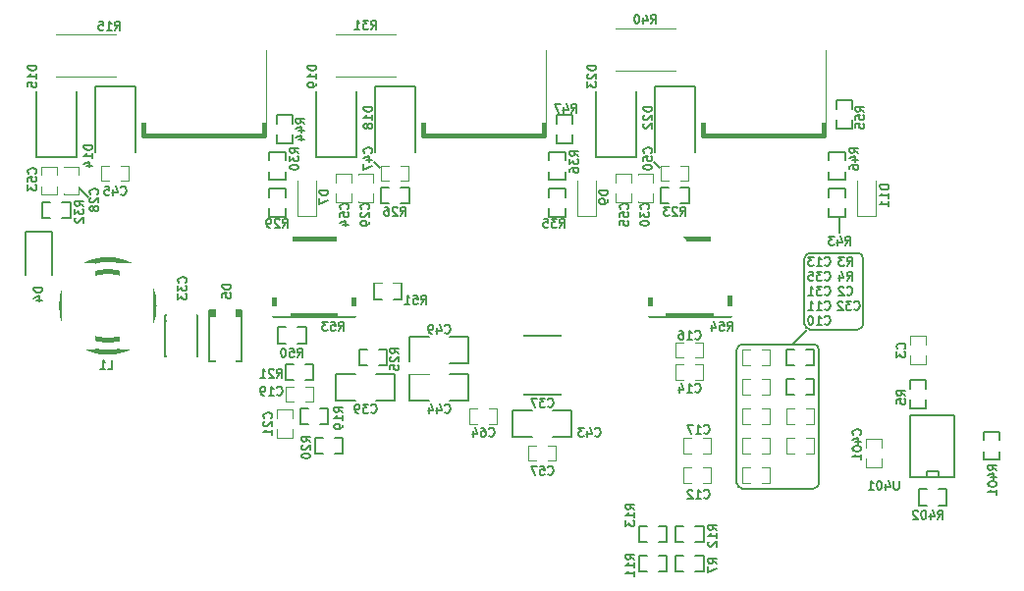
<source format=gbo>
G04 #@! TF.FileFunction,Legend,Bot*
%FSLAX46Y46*%
G04 Gerber Fmt 4.6, Leading zero omitted, Abs format (unit mm)*
G04 Created by KiCad (PCBNEW 4.0.7-e1-6374~58~ubuntu14.04.1) date Tue Aug 22 11:21:06 2017*
%MOMM*%
%LPD*%
G01*
G04 APERTURE LIST*
%ADD10C,0.100000*%
%ADD11C,0.200000*%
%ADD12C,0.381000*%
%ADD13C,0.119380*%
%ADD14C,0.127000*%
%ADD15C,0.150000*%
%ADD16C,0.120000*%
%ADD17R,2.438400X5.588000*%
%ADD18R,2.438400X0.889000*%
%ADD19R,0.635000X1.143000*%
%ADD20R,1.143000X0.635000*%
%ADD21R,2.499360X1.950720*%
%ADD22R,1.849120X5.499100*%
%ADD23R,1.524000X2.032000*%
%ADD24R,1.100000X1.100000*%
%ADD25R,1.699260X2.100580*%
%ADD26R,1.100000X0.800000*%
%ADD27R,1.100000X2.000000*%
%ADD28R,2.159000X1.778000*%
%ADD29O,3.048000X1.524000*%
%ADD30R,2.997200X7.498080*%
%ADD31C,1.300480*%
%ADD32R,1.300000X1.300000*%
%ADD33C,1.300000*%
%ADD34R,1.699260X1.198880*%
%ADD35O,1.699260X1.198880*%
%ADD36R,10.800080X8.150860*%
%ADD37R,0.899160X3.200400*%
%ADD38R,1.000000X3.200000*%
%ADD39R,1.399540X0.599440*%
%ADD40O,1.050000X1.250000*%
%ADD41O,1.500000X2.200000*%
%ADD42C,4.500000*%
%ADD43C,2.200000*%
%ADD44R,2.400000X2.400000*%
%ADD45C,2.400000*%
%ADD46C,0.254000*%
G04 APERTURE END LIST*
D10*
D11*
X44704000Y-52832000D02*
X43942000Y-52070000D01*
X109474000Y-55880000D02*
X109474000Y-54610000D01*
X69342000Y-49784000D02*
X69850000Y-50292000D01*
X110998000Y-64262000D02*
X106934000Y-64262000D01*
X111506000Y-58166000D02*
X111506000Y-63754000D01*
X106934000Y-57658000D02*
X110998000Y-57658000D01*
X106426000Y-63754000D02*
X106426000Y-58166000D01*
X93472000Y-49784000D02*
X93980000Y-50292000D01*
X106680000Y-64262000D02*
X105410000Y-65532000D01*
X107188000Y-77978000D02*
X101092000Y-77978000D01*
X107188000Y-77978000D02*
G75*
G03X107696000Y-77470000I0J508000D01*
G01*
X107696000Y-66040000D02*
X107696000Y-77470000D01*
X100584000Y-66040000D02*
X100584000Y-77470000D01*
X107188000Y-65532000D02*
X101092000Y-65532000D01*
X107696000Y-66040000D02*
G75*
G03X107188000Y-65532000I-508000J0D01*
G01*
X100584000Y-77470000D02*
G75*
G03X101092000Y-77978000I508000J0D01*
G01*
X101092000Y-65532000D02*
G75*
G03X100584000Y-66040000I0J-508000D01*
G01*
X111506000Y-58166000D02*
G75*
G03X110998000Y-57658000I-508000J0D01*
G01*
X110998000Y-64262000D02*
G75*
G03X111506000Y-63754000I0J508000D01*
G01*
X106426000Y-63754000D02*
G75*
G03X106934000Y-64262000I508000J0D01*
G01*
X106934000Y-57658000D02*
G75*
G03X106426000Y-58166000I0J-508000D01*
G01*
D12*
X93091000Y-62992000D02*
X93091000Y-56388000D01*
X93091000Y-56388000D02*
X99949000Y-56388000D01*
X99949000Y-56388000D02*
X99949000Y-62992000D01*
X99949000Y-62992000D02*
X93091000Y-62992000D01*
D13*
X83319620Y-75580240D02*
X82621120Y-75580240D01*
X84320380Y-75580240D02*
X85018880Y-75580240D01*
X83319620Y-74279760D02*
X82621120Y-74279760D01*
X85018880Y-74279760D02*
X84320380Y-74279760D01*
X82621120Y-74295000D02*
X82621120Y-75565000D01*
X85018880Y-75565000D02*
X85018880Y-74295000D01*
X105544620Y-72405240D02*
X104846120Y-72405240D01*
X106545380Y-72405240D02*
X107243880Y-72405240D01*
X105544620Y-71104760D02*
X104846120Y-71104760D01*
X107243880Y-71104760D02*
X106545380Y-71104760D01*
X104846120Y-71120000D02*
X104846120Y-72390000D01*
X107243880Y-72390000D02*
X107243880Y-71120000D01*
X116855240Y-66540380D02*
X116855240Y-67238880D01*
X116855240Y-65539620D02*
X116855240Y-64841120D01*
X115554760Y-66540380D02*
X115554760Y-67238880D01*
X115554760Y-64841120D02*
X115554760Y-65539620D01*
X115570000Y-67238880D02*
X116840000Y-67238880D01*
X116840000Y-64841120D02*
X115570000Y-64841120D01*
X102735380Y-76184760D02*
X103433880Y-76184760D01*
X101734620Y-76184760D02*
X101036120Y-76184760D01*
X102735380Y-77485240D02*
X103433880Y-77485240D01*
X101036120Y-77485240D02*
X101734620Y-77485240D01*
X103433880Y-77470000D02*
X103433880Y-76200000D01*
X101036120Y-76200000D02*
X101036120Y-77470000D01*
X102735380Y-73644760D02*
X103433880Y-73644760D01*
X101734620Y-73644760D02*
X101036120Y-73644760D01*
X102735380Y-74945240D02*
X103433880Y-74945240D01*
X101036120Y-74945240D02*
X101734620Y-74945240D01*
X103433880Y-74930000D02*
X103433880Y-73660000D01*
X101036120Y-73660000D02*
X101036120Y-74930000D01*
X96654620Y-77485240D02*
X95956120Y-77485240D01*
X97655380Y-77485240D02*
X98353880Y-77485240D01*
X96654620Y-76184760D02*
X95956120Y-76184760D01*
X98353880Y-76184760D02*
X97655380Y-76184760D01*
X95956120Y-76200000D02*
X95956120Y-77470000D01*
X98353880Y-77470000D02*
X98353880Y-76200000D01*
X102735380Y-66024760D02*
X103433880Y-66024760D01*
X101734620Y-66024760D02*
X101036120Y-66024760D01*
X102735380Y-67325240D02*
X103433880Y-67325240D01*
X101036120Y-67325240D02*
X101734620Y-67325240D01*
X103433880Y-67310000D02*
X103433880Y-66040000D01*
X101036120Y-66040000D02*
X101036120Y-67310000D01*
X96019620Y-68595240D02*
X95321120Y-68595240D01*
X97020380Y-68595240D02*
X97718880Y-68595240D01*
X96019620Y-67294760D02*
X95321120Y-67294760D01*
X97718880Y-67294760D02*
X97020380Y-67294760D01*
X95321120Y-67310000D02*
X95321120Y-68580000D01*
X97718880Y-68580000D02*
X97718880Y-67310000D01*
X97020380Y-65389760D02*
X97718880Y-65389760D01*
X96019620Y-65389760D02*
X95321120Y-65389760D01*
X97020380Y-66690240D02*
X97718880Y-66690240D01*
X95321120Y-66690240D02*
X96019620Y-66690240D01*
X97718880Y-66675000D02*
X97718880Y-65405000D01*
X95321120Y-65405000D02*
X95321120Y-66675000D01*
X97655380Y-73644760D02*
X98353880Y-73644760D01*
X96654620Y-73644760D02*
X95956120Y-73644760D01*
X97655380Y-74945240D02*
X98353880Y-74945240D01*
X95956120Y-74945240D02*
X96654620Y-74945240D01*
X98353880Y-74930000D02*
X98353880Y-73660000D01*
X95956120Y-73660000D02*
X95956120Y-74930000D01*
X63365380Y-69199760D02*
X64063880Y-69199760D01*
X62364620Y-69199760D02*
X61666120Y-69199760D01*
X63365380Y-70500240D02*
X64063880Y-70500240D01*
X61666120Y-70500240D02*
X62364620Y-70500240D01*
X64063880Y-70485000D02*
X64063880Y-69215000D01*
X61666120Y-69215000D02*
X61666120Y-70485000D01*
X62245240Y-72890380D02*
X62245240Y-73588880D01*
X62245240Y-71889620D02*
X62245240Y-71191120D01*
X60944760Y-72890380D02*
X60944760Y-73588880D01*
X60944760Y-71191120D02*
X60944760Y-71889620D01*
X60960000Y-73588880D02*
X62230000Y-73588880D01*
X62230000Y-71191120D02*
X60960000Y-71191120D01*
X43830240Y-51935380D02*
X43830240Y-52633880D01*
X43830240Y-50934620D02*
X43830240Y-50236120D01*
X42529760Y-51935380D02*
X42529760Y-52633880D01*
X42529760Y-50236120D02*
X42529760Y-50934620D01*
X42545000Y-52633880D02*
X43815000Y-52633880D01*
X43815000Y-50236120D02*
X42545000Y-50236120D01*
X69230240Y-52570380D02*
X69230240Y-53268880D01*
X69230240Y-51569620D02*
X69230240Y-50871120D01*
X67929760Y-52570380D02*
X67929760Y-53268880D01*
X67929760Y-50871120D02*
X67929760Y-51569620D01*
X67945000Y-53268880D02*
X69215000Y-53268880D01*
X69215000Y-50871120D02*
X67945000Y-50871120D01*
X93360240Y-52570380D02*
X93360240Y-53268880D01*
X93360240Y-51569620D02*
X93360240Y-50871120D01*
X92059760Y-52570380D02*
X92059760Y-53268880D01*
X92059760Y-50871120D02*
X92059760Y-51569620D01*
X92075000Y-53268880D02*
X93345000Y-53268880D01*
X93345000Y-50871120D02*
X92075000Y-50871120D01*
X102735380Y-71104760D02*
X103433880Y-71104760D01*
X101734620Y-71104760D02*
X101036120Y-71104760D01*
X102735380Y-72405240D02*
X103433880Y-72405240D01*
X101036120Y-72405240D02*
X101734620Y-72405240D01*
X103433880Y-72390000D02*
X103433880Y-71120000D01*
X101036120Y-71120000D02*
X101036120Y-72390000D01*
X106545380Y-73644760D02*
X107243880Y-73644760D01*
X105544620Y-73644760D02*
X104846120Y-73644760D01*
X106545380Y-74945240D02*
X107243880Y-74945240D01*
X104846120Y-74945240D02*
X105544620Y-74945240D01*
X107243880Y-74930000D02*
X107243880Y-73660000D01*
X104846120Y-73660000D02*
X104846120Y-74930000D01*
D14*
X54102000Y-63563500D02*
X51308000Y-63563500D01*
X54102000Y-62992000D02*
X54102000Y-66548000D01*
X54102000Y-66548000D02*
X51308000Y-66548000D01*
X51308000Y-66548000D02*
X51308000Y-62992000D01*
X51308000Y-62992000D02*
X54102000Y-62992000D01*
D13*
X102735380Y-68564760D02*
X103433880Y-68564760D01*
X101734620Y-68564760D02*
X101036120Y-68564760D01*
X102735380Y-69865240D02*
X103433880Y-69865240D01*
X101036120Y-69865240D02*
X101734620Y-69865240D01*
X103433880Y-69850000D02*
X103433880Y-68580000D01*
X101036120Y-68580000D02*
X101036120Y-69850000D01*
D14*
X85979000Y-69850000D02*
X85979000Y-64770000D01*
X81661000Y-69850000D02*
X81661000Y-64770000D01*
X81026000Y-69850000D02*
X86614000Y-69850000D01*
X86614000Y-69850000D02*
X86614000Y-64770000D01*
X86614000Y-64770000D02*
X81026000Y-64770000D01*
X81026000Y-64770000D02*
X81026000Y-69850000D01*
X71120000Y-68072000D02*
X71120000Y-70358000D01*
X71120000Y-70358000D02*
X69469000Y-70358000D01*
X67691000Y-68072000D02*
X66040000Y-68072000D01*
X66040000Y-68072000D02*
X66040000Y-70358000D01*
X66040000Y-70358000D02*
X67691000Y-70358000D01*
X69469000Y-68072000D02*
X71120000Y-68072000D01*
X81280000Y-73533000D02*
X81280000Y-71247000D01*
X81280000Y-71247000D02*
X82931000Y-71247000D01*
X84709000Y-73533000D02*
X86360000Y-73533000D01*
X86360000Y-73533000D02*
X86360000Y-71247000D01*
X86360000Y-71247000D02*
X84709000Y-71247000D01*
X82931000Y-73533000D02*
X81280000Y-73533000D01*
X77470000Y-68072000D02*
X77470000Y-70358000D01*
X77470000Y-70358000D02*
X75819000Y-70358000D01*
X74041000Y-68072000D02*
X72390000Y-68072000D01*
X72390000Y-68072000D02*
X72390000Y-70358000D01*
X72390000Y-70358000D02*
X74041000Y-70358000D01*
X75819000Y-68072000D02*
X77470000Y-68072000D01*
D13*
X47490380Y-50149760D02*
X48188880Y-50149760D01*
X46489620Y-50149760D02*
X45791120Y-50149760D01*
X47490380Y-51450240D02*
X48188880Y-51450240D01*
X45791120Y-51450240D02*
X46489620Y-51450240D01*
X48188880Y-51435000D02*
X48188880Y-50165000D01*
X45791120Y-50165000D02*
X45791120Y-51435000D01*
X71620380Y-50149760D02*
X72318880Y-50149760D01*
X70619620Y-50149760D02*
X69921120Y-50149760D01*
X71620380Y-51450240D02*
X72318880Y-51450240D01*
X69921120Y-51450240D02*
X70619620Y-51450240D01*
X72318880Y-51435000D02*
X72318880Y-50165000D01*
X69921120Y-50165000D02*
X69921120Y-51435000D01*
D14*
X77470000Y-64897000D02*
X77470000Y-67183000D01*
X77470000Y-67183000D02*
X75819000Y-67183000D01*
X74041000Y-64897000D02*
X72390000Y-64897000D01*
X72390000Y-64897000D02*
X72390000Y-67183000D01*
X72390000Y-67183000D02*
X74041000Y-67183000D01*
X75819000Y-64897000D02*
X77470000Y-64897000D01*
D13*
X95750380Y-50149760D02*
X96448880Y-50149760D01*
X94749620Y-50149760D02*
X94051120Y-50149760D01*
X95750380Y-51450240D02*
X96448880Y-51450240D01*
X94051120Y-51450240D02*
X94749620Y-51450240D01*
X96448880Y-51435000D02*
X96448880Y-50165000D01*
X94051120Y-50165000D02*
X94051120Y-51435000D01*
X41925240Y-51935380D02*
X41925240Y-52633880D01*
X41925240Y-50934620D02*
X41925240Y-50236120D01*
X40624760Y-51935380D02*
X40624760Y-52633880D01*
X40624760Y-50236120D02*
X40624760Y-50934620D01*
X40640000Y-52633880D02*
X41910000Y-52633880D01*
X41910000Y-50236120D02*
X40640000Y-50236120D01*
X67325240Y-52570380D02*
X67325240Y-53268880D01*
X67325240Y-51569620D02*
X67325240Y-50871120D01*
X66024760Y-52570380D02*
X66024760Y-53268880D01*
X66024760Y-50871120D02*
X66024760Y-51569620D01*
X66040000Y-53268880D02*
X67310000Y-53268880D01*
X67310000Y-50871120D02*
X66040000Y-50871120D01*
X91455240Y-52570380D02*
X91455240Y-53268880D01*
X91455240Y-51569620D02*
X91455240Y-50871120D01*
X90154760Y-52570380D02*
X90154760Y-53268880D01*
X90154760Y-50871120D02*
X90154760Y-51569620D01*
X90170000Y-53268880D02*
X91440000Y-53268880D01*
X91440000Y-50871120D02*
X90170000Y-50871120D01*
X113045240Y-75430380D02*
X113045240Y-76128880D01*
X113045240Y-74429620D02*
X113045240Y-73731120D01*
X111744760Y-75430380D02*
X111744760Y-76128880D01*
X111744760Y-73731120D02*
X111744760Y-74429620D01*
X111760000Y-76128880D02*
X113030000Y-76128880D01*
X113030000Y-73731120D02*
X111760000Y-73731120D01*
D15*
X39236000Y-59562000D02*
X39236000Y-55812000D01*
X39236000Y-55812000D02*
X41536000Y-55812000D01*
X41536000Y-55812000D02*
X41536000Y-59562000D01*
D14*
X55115460Y-62669420D02*
X57914540Y-62669420D01*
X57914540Y-62771020D02*
X55115460Y-62771020D01*
X55115460Y-62870080D02*
X57914540Y-62870080D01*
X57914540Y-62969140D02*
X55115460Y-62969140D01*
X57914540Y-63070740D02*
X55115460Y-63070740D01*
X57914540Y-62570360D02*
X57914540Y-66969640D01*
X57914540Y-66969640D02*
X55115460Y-66969640D01*
X55115460Y-66969640D02*
X55115460Y-62570360D01*
X55115460Y-62570360D02*
X57914540Y-62570360D01*
D16*
X62700000Y-51455000D02*
X62700000Y-54505000D01*
X62700000Y-54505000D02*
X64300000Y-54505000D01*
X64300000Y-54505000D02*
X64300000Y-51455000D01*
X86830000Y-51455000D02*
X86830000Y-54505000D01*
X86830000Y-54505000D02*
X88430000Y-54505000D01*
X88430000Y-54505000D02*
X88430000Y-51455000D01*
X110960000Y-51455000D02*
X110960000Y-54505000D01*
X110960000Y-54505000D02*
X112560000Y-54505000D01*
X112560000Y-54505000D02*
X112560000Y-51455000D01*
D15*
X45275500Y-48958500D02*
X45275500Y-43307000D01*
X45275500Y-43307000D02*
X48704500Y-43307000D01*
X48704500Y-43307000D02*
X48704500Y-48958500D01*
X43624500Y-43751500D02*
X43624500Y-49403000D01*
X43624500Y-49403000D02*
X40195500Y-49403000D01*
X40195500Y-49403000D02*
X40195500Y-43751500D01*
X69405500Y-48958500D02*
X69405500Y-43307000D01*
X69405500Y-43307000D02*
X72834500Y-43307000D01*
X72834500Y-43307000D02*
X72834500Y-48958500D01*
X67754500Y-43751500D02*
X67754500Y-49403000D01*
X67754500Y-49403000D02*
X64325500Y-49403000D01*
X64325500Y-49403000D02*
X64325500Y-43751500D01*
X93535500Y-48958500D02*
X93535500Y-43307000D01*
X93535500Y-43307000D02*
X96964500Y-43307000D01*
X96964500Y-43307000D02*
X96964500Y-48958500D01*
X91884500Y-43751500D02*
X91884500Y-49403000D01*
X91884500Y-49403000D02*
X88455500Y-49403000D01*
X88455500Y-49403000D02*
X88455500Y-43751500D01*
D12*
X49354740Y-62230000D02*
G75*
G03X49354740Y-62230000I-2999740J0D01*
G01*
X48656240Y-59029600D02*
X48656240Y-65430400D01*
X44053760Y-65430400D02*
X44053760Y-59029600D01*
X50355500Y-62230000D02*
G75*
G03X50355500Y-62230000I-4000500J0D01*
G01*
X49410620Y-47558960D02*
X59809380Y-47558960D01*
X59809380Y-47558960D02*
X59809380Y-39761160D01*
X59809380Y-39761160D02*
X57409080Y-38460680D01*
X57409080Y-38460680D02*
X51810920Y-38460680D01*
X51810920Y-38460680D02*
X49410620Y-39761160D01*
X49410620Y-39761160D02*
X49410620Y-47558960D01*
X73540620Y-47558960D02*
X83939380Y-47558960D01*
X83939380Y-47558960D02*
X83939380Y-39761160D01*
X83939380Y-39761160D02*
X81539080Y-38460680D01*
X81539080Y-38460680D02*
X75940920Y-38460680D01*
X75940920Y-38460680D02*
X73540620Y-39761160D01*
X73540620Y-39761160D02*
X73540620Y-47558960D01*
X97670620Y-47558960D02*
X108069380Y-47558960D01*
X108069380Y-47558960D02*
X108069380Y-39761160D01*
X108069380Y-39761160D02*
X105669080Y-38460680D01*
X105669080Y-38460680D02*
X100070920Y-38460680D01*
X100070920Y-38460680D02*
X97670620Y-39761160D01*
X97670620Y-39761160D02*
X97670620Y-47558960D01*
D14*
X106545380Y-65976500D02*
X107251500Y-65976500D01*
X107251500Y-65976500D02*
X107251500Y-67373500D01*
X107251500Y-67373500D02*
X106545380Y-67373500D01*
X104838500Y-65976500D02*
X105544620Y-65976500D01*
X104838500Y-65976500D02*
X104838500Y-67373500D01*
X104838500Y-67373500D02*
X105544620Y-67373500D01*
X106545380Y-68516500D02*
X107251500Y-68516500D01*
X107251500Y-68516500D02*
X107251500Y-69913500D01*
X107251500Y-69913500D02*
X106545380Y-69913500D01*
X104838500Y-68516500D02*
X105544620Y-68516500D01*
X104838500Y-68516500D02*
X104838500Y-69913500D01*
X104838500Y-69913500D02*
X105544620Y-69913500D01*
X116903500Y-70350380D02*
X116903500Y-71056500D01*
X116903500Y-71056500D02*
X115506500Y-71056500D01*
X115506500Y-71056500D02*
X115506500Y-70350380D01*
X116903500Y-68643500D02*
X116903500Y-69349620D01*
X116903500Y-68643500D02*
X115506500Y-68643500D01*
X115506500Y-68643500D02*
X115506500Y-69349620D01*
X97020380Y-83756500D02*
X97726500Y-83756500D01*
X97726500Y-83756500D02*
X97726500Y-85153500D01*
X97726500Y-85153500D02*
X97020380Y-85153500D01*
X95313500Y-83756500D02*
X96019620Y-83756500D01*
X95313500Y-83756500D02*
X95313500Y-85153500D01*
X95313500Y-85153500D02*
X96019620Y-85153500D01*
X93845380Y-83756500D02*
X94551500Y-83756500D01*
X94551500Y-83756500D02*
X94551500Y-85153500D01*
X94551500Y-85153500D02*
X93845380Y-85153500D01*
X92138500Y-83756500D02*
X92844620Y-83756500D01*
X92138500Y-83756500D02*
X92138500Y-85153500D01*
X92138500Y-85153500D02*
X92844620Y-85153500D01*
X97020380Y-81216500D02*
X97726500Y-81216500D01*
X97726500Y-81216500D02*
X97726500Y-82613500D01*
X97726500Y-82613500D02*
X97020380Y-82613500D01*
X95313500Y-81216500D02*
X96019620Y-81216500D01*
X95313500Y-81216500D02*
X95313500Y-82613500D01*
X95313500Y-82613500D02*
X96019620Y-82613500D01*
X93845380Y-81216500D02*
X94551500Y-81216500D01*
X94551500Y-81216500D02*
X94551500Y-82613500D01*
X94551500Y-82613500D02*
X93845380Y-82613500D01*
X92138500Y-81216500D02*
X92844620Y-81216500D01*
X92138500Y-81216500D02*
X92138500Y-82613500D01*
X92138500Y-82613500D02*
X92844620Y-82613500D01*
D16*
X41850000Y-42460000D02*
X47050000Y-42460000D01*
X47050000Y-38820000D02*
X41850000Y-38820000D01*
D14*
X63634620Y-72453500D02*
X62928500Y-72453500D01*
X62928500Y-72453500D02*
X62928500Y-71056500D01*
X62928500Y-71056500D02*
X63634620Y-71056500D01*
X65341500Y-72453500D02*
X64635380Y-72453500D01*
X65341500Y-72453500D02*
X65341500Y-71056500D01*
X65341500Y-71056500D02*
X64635380Y-71056500D01*
X65905380Y-73596500D02*
X66611500Y-73596500D01*
X66611500Y-73596500D02*
X66611500Y-74993500D01*
X66611500Y-74993500D02*
X65905380Y-74993500D01*
X64198500Y-73596500D02*
X64904620Y-73596500D01*
X64198500Y-73596500D02*
X64198500Y-74993500D01*
X64198500Y-74993500D02*
X64904620Y-74993500D01*
X62364620Y-68643500D02*
X61658500Y-68643500D01*
X61658500Y-68643500D02*
X61658500Y-67246500D01*
X61658500Y-67246500D02*
X62364620Y-67246500D01*
X64071500Y-68643500D02*
X63365380Y-68643500D01*
X64071500Y-68643500D02*
X64071500Y-67246500D01*
X64071500Y-67246500D02*
X63365380Y-67246500D01*
X94749620Y-53403500D02*
X94043500Y-53403500D01*
X94043500Y-53403500D02*
X94043500Y-52006500D01*
X94043500Y-52006500D02*
X94749620Y-52006500D01*
X96456500Y-53403500D02*
X95750380Y-53403500D01*
X96456500Y-53403500D02*
X96456500Y-52006500D01*
X96456500Y-52006500D02*
X95750380Y-52006500D01*
X69715380Y-65976500D02*
X70421500Y-65976500D01*
X70421500Y-65976500D02*
X70421500Y-67373500D01*
X70421500Y-67373500D02*
X69715380Y-67373500D01*
X68008500Y-65976500D02*
X68714620Y-65976500D01*
X68008500Y-65976500D02*
X68008500Y-67373500D01*
X68008500Y-67373500D02*
X68714620Y-67373500D01*
X70619620Y-53403500D02*
X69913500Y-53403500D01*
X69913500Y-53403500D02*
X69913500Y-52006500D01*
X69913500Y-52006500D02*
X70619620Y-52006500D01*
X72326500Y-53403500D02*
X71620380Y-53403500D01*
X72326500Y-53403500D02*
X72326500Y-52006500D01*
X72326500Y-52006500D02*
X71620380Y-52006500D01*
X60261500Y-52839620D02*
X60261500Y-52133500D01*
X60261500Y-52133500D02*
X61658500Y-52133500D01*
X61658500Y-52133500D02*
X61658500Y-52839620D01*
X60261500Y-54546500D02*
X60261500Y-53840380D01*
X60261500Y-54546500D02*
X61658500Y-54546500D01*
X61658500Y-54546500D02*
X61658500Y-53840380D01*
X60261500Y-49664620D02*
X60261500Y-48958500D01*
X60261500Y-48958500D02*
X61658500Y-48958500D01*
X61658500Y-48958500D02*
X61658500Y-49664620D01*
X60261500Y-51371500D02*
X60261500Y-50665380D01*
X60261500Y-51371500D02*
X61658500Y-51371500D01*
X61658500Y-51371500D02*
X61658500Y-50665380D01*
D16*
X65980000Y-42460000D02*
X71180000Y-42460000D01*
X71180000Y-38820000D02*
X65980000Y-38820000D01*
D14*
X41409620Y-54673500D02*
X40703500Y-54673500D01*
X40703500Y-54673500D02*
X40703500Y-53276500D01*
X40703500Y-53276500D02*
X41409620Y-53276500D01*
X43116500Y-54673500D02*
X42410380Y-54673500D01*
X43116500Y-54673500D02*
X43116500Y-53276500D01*
X43116500Y-53276500D02*
X42410380Y-53276500D01*
X84391500Y-52839620D02*
X84391500Y-52133500D01*
X84391500Y-52133500D02*
X85788500Y-52133500D01*
X85788500Y-52133500D02*
X85788500Y-52839620D01*
X84391500Y-54546500D02*
X84391500Y-53840380D01*
X84391500Y-54546500D02*
X85788500Y-54546500D01*
X85788500Y-54546500D02*
X85788500Y-53840380D01*
X85788500Y-50665380D02*
X85788500Y-51371500D01*
X85788500Y-51371500D02*
X84391500Y-51371500D01*
X84391500Y-51371500D02*
X84391500Y-50665380D01*
X85788500Y-48958500D02*
X85788500Y-49664620D01*
X85788500Y-48958500D02*
X84391500Y-48958500D01*
X84391500Y-48958500D02*
X84391500Y-49664620D01*
D16*
X90110000Y-41952000D02*
X95310000Y-41952000D01*
X95310000Y-38312000D02*
X90110000Y-38312000D01*
D14*
X108521500Y-52839620D02*
X108521500Y-52133500D01*
X108521500Y-52133500D02*
X109918500Y-52133500D01*
X109918500Y-52133500D02*
X109918500Y-52839620D01*
X108521500Y-54546500D02*
X108521500Y-53840380D01*
X108521500Y-54546500D02*
X109918500Y-54546500D01*
X109918500Y-54546500D02*
X109918500Y-53840380D01*
X108521500Y-49664620D02*
X108521500Y-48958500D01*
X108521500Y-48958500D02*
X109918500Y-48958500D01*
X109918500Y-48958500D02*
X109918500Y-49664620D01*
X108521500Y-51371500D02*
X108521500Y-50665380D01*
X108521500Y-51371500D02*
X109918500Y-51371500D01*
X109918500Y-51371500D02*
X109918500Y-50665380D01*
X61729620Y-65468500D02*
X61023500Y-65468500D01*
X61023500Y-65468500D02*
X61023500Y-64071500D01*
X61023500Y-64071500D02*
X61729620Y-64071500D01*
X63436500Y-65468500D02*
X62730380Y-65468500D01*
X63436500Y-65468500D02*
X63436500Y-64071500D01*
X63436500Y-64071500D02*
X62730380Y-64071500D01*
X69984620Y-61658500D02*
X69278500Y-61658500D01*
X69278500Y-61658500D02*
X69278500Y-60261500D01*
X69278500Y-60261500D02*
X69984620Y-60261500D01*
X71691500Y-61658500D02*
X70985380Y-61658500D01*
X71691500Y-61658500D02*
X71691500Y-60261500D01*
X71691500Y-60261500D02*
X70985380Y-60261500D01*
D12*
X60706000Y-62992000D02*
X60706000Y-56388000D01*
X60706000Y-56388000D02*
X67564000Y-56388000D01*
X67564000Y-56388000D02*
X67564000Y-62992000D01*
X67564000Y-62992000D02*
X60706000Y-62992000D01*
D14*
X123253500Y-74795380D02*
X123253500Y-75501500D01*
X123253500Y-75501500D02*
X121856500Y-75501500D01*
X121856500Y-75501500D02*
X121856500Y-74795380D01*
X123253500Y-73088500D02*
X123253500Y-73794620D01*
X123253500Y-73088500D02*
X121856500Y-73088500D01*
X121856500Y-73088500D02*
X121856500Y-73794620D01*
X117975380Y-78041500D02*
X118681500Y-78041500D01*
X118681500Y-78041500D02*
X118681500Y-79438500D01*
X118681500Y-79438500D02*
X117975380Y-79438500D01*
X116268500Y-78041500D02*
X116974620Y-78041500D01*
X116268500Y-78041500D02*
X116268500Y-79438500D01*
X116268500Y-79438500D02*
X116974620Y-79438500D01*
X115697000Y-76962000D02*
X115570000Y-76962000D01*
X115570000Y-76962000D02*
X115570000Y-71628000D01*
X119380000Y-71628000D02*
X119380000Y-76962000D01*
X119380000Y-76962000D02*
X115697000Y-76962000D01*
X117983000Y-76962000D02*
X117983000Y-76454000D01*
X117983000Y-76454000D02*
X116967000Y-76454000D01*
X116967000Y-76454000D02*
X116967000Y-76962000D01*
X119380000Y-71628000D02*
X115570000Y-71628000D01*
X62293500Y-47490380D02*
X62293500Y-48196500D01*
X62293500Y-48196500D02*
X60896500Y-48196500D01*
X60896500Y-48196500D02*
X60896500Y-47490380D01*
X62293500Y-45783500D02*
X62293500Y-46489620D01*
X62293500Y-45783500D02*
X60896500Y-45783500D01*
X60896500Y-45783500D02*
X60896500Y-46489620D01*
X86423500Y-47490380D02*
X86423500Y-48196500D01*
X86423500Y-48196500D02*
X85026500Y-48196500D01*
X85026500Y-48196500D02*
X85026500Y-47490380D01*
X86423500Y-45783500D02*
X86423500Y-46489620D01*
X86423500Y-45783500D02*
X85026500Y-45783500D01*
X85026500Y-45783500D02*
X85026500Y-46489620D01*
X110553500Y-46220380D02*
X110553500Y-46926500D01*
X110553500Y-46926500D02*
X109156500Y-46926500D01*
X109156500Y-46926500D02*
X109156500Y-46220380D01*
X110553500Y-44513500D02*
X110553500Y-45219620D01*
X110553500Y-44513500D02*
X109156500Y-44513500D01*
X109156500Y-44513500D02*
X109156500Y-45219620D01*
D13*
X79240380Y-71104760D02*
X79938880Y-71104760D01*
X78239620Y-71104760D02*
X77541120Y-71104760D01*
X79240380Y-72405240D02*
X79938880Y-72405240D01*
X77541120Y-72405240D02*
X78239620Y-72405240D01*
X79938880Y-72390000D02*
X79938880Y-71120000D01*
X77541120Y-71120000D02*
X77541120Y-72390000D01*
D15*
X99796143Y-64347286D02*
X100046143Y-63990143D01*
X100224715Y-64347286D02*
X100224715Y-63597286D01*
X99939000Y-63597286D01*
X99867572Y-63633000D01*
X99831857Y-63668714D01*
X99796143Y-63740143D01*
X99796143Y-63847286D01*
X99831857Y-63918714D01*
X99867572Y-63954429D01*
X99939000Y-63990143D01*
X100224715Y-63990143D01*
X99117572Y-63597286D02*
X99474715Y-63597286D01*
X99510429Y-63954429D01*
X99474715Y-63918714D01*
X99403286Y-63883000D01*
X99224715Y-63883000D01*
X99153286Y-63918714D01*
X99117572Y-63954429D01*
X99081857Y-64025857D01*
X99081857Y-64204429D01*
X99117572Y-64275857D01*
X99153286Y-64311571D01*
X99224715Y-64347286D01*
X99403286Y-64347286D01*
X99474715Y-64311571D01*
X99510429Y-64275857D01*
X98439000Y-63847286D02*
X98439000Y-64347286D01*
X98617571Y-63561571D02*
X98796143Y-64097286D01*
X98331857Y-64097286D01*
X84302143Y-76721857D02*
X84337857Y-76757571D01*
X84445000Y-76793286D01*
X84516429Y-76793286D01*
X84623572Y-76757571D01*
X84695000Y-76686143D01*
X84730715Y-76614714D01*
X84766429Y-76471857D01*
X84766429Y-76364714D01*
X84730715Y-76221857D01*
X84695000Y-76150429D01*
X84623572Y-76079000D01*
X84516429Y-76043286D01*
X84445000Y-76043286D01*
X84337857Y-76079000D01*
X84302143Y-76114714D01*
X83623572Y-76043286D02*
X83980715Y-76043286D01*
X84016429Y-76400429D01*
X83980715Y-76364714D01*
X83909286Y-76329000D01*
X83730715Y-76329000D01*
X83659286Y-76364714D01*
X83623572Y-76400429D01*
X83587857Y-76471857D01*
X83587857Y-76650429D01*
X83623572Y-76721857D01*
X83659286Y-76757571D01*
X83730715Y-76793286D01*
X83909286Y-76793286D01*
X83980715Y-76757571D01*
X84016429Y-76721857D01*
X83337857Y-76043286D02*
X82837857Y-76043286D01*
X83159286Y-76793286D01*
X110107000Y-61227857D02*
X110142714Y-61263571D01*
X110249857Y-61299286D01*
X110321286Y-61299286D01*
X110428429Y-61263571D01*
X110499857Y-61192143D01*
X110535572Y-61120714D01*
X110571286Y-60977857D01*
X110571286Y-60870714D01*
X110535572Y-60727857D01*
X110499857Y-60656429D01*
X110428429Y-60585000D01*
X110321286Y-60549286D01*
X110249857Y-60549286D01*
X110142714Y-60585000D01*
X110107000Y-60620714D01*
X109821286Y-60620714D02*
X109785572Y-60585000D01*
X109714143Y-60549286D01*
X109535572Y-60549286D01*
X109464143Y-60585000D01*
X109428429Y-60620714D01*
X109392714Y-60692143D01*
X109392714Y-60763571D01*
X109428429Y-60870714D01*
X109857000Y-61299286D01*
X109392714Y-61299286D01*
X115075857Y-65915000D02*
X115111571Y-65879286D01*
X115147286Y-65772143D01*
X115147286Y-65700714D01*
X115111571Y-65593571D01*
X115040143Y-65522143D01*
X114968714Y-65486428D01*
X114825857Y-65450714D01*
X114718714Y-65450714D01*
X114575857Y-65486428D01*
X114504429Y-65522143D01*
X114433000Y-65593571D01*
X114397286Y-65700714D01*
X114397286Y-65772143D01*
X114433000Y-65879286D01*
X114468714Y-65915000D01*
X114397286Y-66165000D02*
X114397286Y-66629286D01*
X114683000Y-66379286D01*
X114683000Y-66486428D01*
X114718714Y-66557857D01*
X114754429Y-66593571D01*
X114825857Y-66629286D01*
X115004429Y-66629286D01*
X115075857Y-66593571D01*
X115111571Y-66557857D01*
X115147286Y-66486428D01*
X115147286Y-66272143D01*
X115111571Y-66200714D01*
X115075857Y-66165000D01*
X108178143Y-63767857D02*
X108213857Y-63803571D01*
X108321000Y-63839286D01*
X108392429Y-63839286D01*
X108499572Y-63803571D01*
X108571000Y-63732143D01*
X108606715Y-63660714D01*
X108642429Y-63517857D01*
X108642429Y-63410714D01*
X108606715Y-63267857D01*
X108571000Y-63196429D01*
X108499572Y-63125000D01*
X108392429Y-63089286D01*
X108321000Y-63089286D01*
X108213857Y-63125000D01*
X108178143Y-63160714D01*
X107463857Y-63839286D02*
X107892429Y-63839286D01*
X107678143Y-63839286D02*
X107678143Y-63089286D01*
X107749572Y-63196429D01*
X107821000Y-63267857D01*
X107892429Y-63303571D01*
X106999571Y-63089286D02*
X106928143Y-63089286D01*
X106856714Y-63125000D01*
X106821000Y-63160714D01*
X106785286Y-63232143D01*
X106749571Y-63375000D01*
X106749571Y-63553571D01*
X106785286Y-63696429D01*
X106821000Y-63767857D01*
X106856714Y-63803571D01*
X106928143Y-63839286D01*
X106999571Y-63839286D01*
X107071000Y-63803571D01*
X107106714Y-63767857D01*
X107142429Y-63696429D01*
X107178143Y-63553571D01*
X107178143Y-63375000D01*
X107142429Y-63232143D01*
X107106714Y-63160714D01*
X107071000Y-63125000D01*
X106999571Y-63089286D01*
X108178143Y-62497857D02*
X108213857Y-62533571D01*
X108321000Y-62569286D01*
X108392429Y-62569286D01*
X108499572Y-62533571D01*
X108571000Y-62462143D01*
X108606715Y-62390714D01*
X108642429Y-62247857D01*
X108642429Y-62140714D01*
X108606715Y-61997857D01*
X108571000Y-61926429D01*
X108499572Y-61855000D01*
X108392429Y-61819286D01*
X108321000Y-61819286D01*
X108213857Y-61855000D01*
X108178143Y-61890714D01*
X107463857Y-62569286D02*
X107892429Y-62569286D01*
X107678143Y-62569286D02*
X107678143Y-61819286D01*
X107749572Y-61926429D01*
X107821000Y-61997857D01*
X107892429Y-62033571D01*
X106749571Y-62569286D02*
X107178143Y-62569286D01*
X106963857Y-62569286D02*
X106963857Y-61819286D01*
X107035286Y-61926429D01*
X107106714Y-61997857D01*
X107178143Y-62033571D01*
X97764143Y-78753857D02*
X97799857Y-78789571D01*
X97907000Y-78825286D01*
X97978429Y-78825286D01*
X98085572Y-78789571D01*
X98157000Y-78718143D01*
X98192715Y-78646714D01*
X98228429Y-78503857D01*
X98228429Y-78396714D01*
X98192715Y-78253857D01*
X98157000Y-78182429D01*
X98085572Y-78111000D01*
X97978429Y-78075286D01*
X97907000Y-78075286D01*
X97799857Y-78111000D01*
X97764143Y-78146714D01*
X97049857Y-78825286D02*
X97478429Y-78825286D01*
X97264143Y-78825286D02*
X97264143Y-78075286D01*
X97335572Y-78182429D01*
X97407000Y-78253857D01*
X97478429Y-78289571D01*
X96764143Y-78146714D02*
X96728429Y-78111000D01*
X96657000Y-78075286D01*
X96478429Y-78075286D01*
X96407000Y-78111000D01*
X96371286Y-78146714D01*
X96335571Y-78218143D01*
X96335571Y-78289571D01*
X96371286Y-78396714D01*
X96799857Y-78825286D01*
X96335571Y-78825286D01*
X108178143Y-58687857D02*
X108213857Y-58723571D01*
X108321000Y-58759286D01*
X108392429Y-58759286D01*
X108499572Y-58723571D01*
X108571000Y-58652143D01*
X108606715Y-58580714D01*
X108642429Y-58437857D01*
X108642429Y-58330714D01*
X108606715Y-58187857D01*
X108571000Y-58116429D01*
X108499572Y-58045000D01*
X108392429Y-58009286D01*
X108321000Y-58009286D01*
X108213857Y-58045000D01*
X108178143Y-58080714D01*
X107463857Y-58759286D02*
X107892429Y-58759286D01*
X107678143Y-58759286D02*
X107678143Y-58009286D01*
X107749572Y-58116429D01*
X107821000Y-58187857D01*
X107892429Y-58223571D01*
X107213857Y-58009286D02*
X106749571Y-58009286D01*
X106999571Y-58295000D01*
X106892429Y-58295000D01*
X106821000Y-58330714D01*
X106785286Y-58366429D01*
X106749571Y-58437857D01*
X106749571Y-58616429D01*
X106785286Y-58687857D01*
X106821000Y-58723571D01*
X106892429Y-58759286D01*
X107106714Y-58759286D01*
X107178143Y-58723571D01*
X107213857Y-58687857D01*
X97002143Y-69609857D02*
X97037857Y-69645571D01*
X97145000Y-69681286D01*
X97216429Y-69681286D01*
X97323572Y-69645571D01*
X97395000Y-69574143D01*
X97430715Y-69502714D01*
X97466429Y-69359857D01*
X97466429Y-69252714D01*
X97430715Y-69109857D01*
X97395000Y-69038429D01*
X97323572Y-68967000D01*
X97216429Y-68931286D01*
X97145000Y-68931286D01*
X97037857Y-68967000D01*
X97002143Y-69002714D01*
X96287857Y-69681286D02*
X96716429Y-69681286D01*
X96502143Y-69681286D02*
X96502143Y-68931286D01*
X96573572Y-69038429D01*
X96645000Y-69109857D01*
X96716429Y-69145571D01*
X95645000Y-69181286D02*
X95645000Y-69681286D01*
X95823571Y-68895571D02*
X96002143Y-69431286D01*
X95537857Y-69431286D01*
X97002143Y-65037857D02*
X97037857Y-65073571D01*
X97145000Y-65109286D01*
X97216429Y-65109286D01*
X97323572Y-65073571D01*
X97395000Y-65002143D01*
X97430715Y-64930714D01*
X97466429Y-64787857D01*
X97466429Y-64680714D01*
X97430715Y-64537857D01*
X97395000Y-64466429D01*
X97323572Y-64395000D01*
X97216429Y-64359286D01*
X97145000Y-64359286D01*
X97037857Y-64395000D01*
X97002143Y-64430714D01*
X96287857Y-65109286D02*
X96716429Y-65109286D01*
X96502143Y-65109286D02*
X96502143Y-64359286D01*
X96573572Y-64466429D01*
X96645000Y-64537857D01*
X96716429Y-64573571D01*
X95645000Y-64359286D02*
X95787857Y-64359286D01*
X95859286Y-64395000D01*
X95895000Y-64430714D01*
X95966429Y-64537857D01*
X96002143Y-64680714D01*
X96002143Y-64966429D01*
X95966429Y-65037857D01*
X95930714Y-65073571D01*
X95859286Y-65109286D01*
X95716429Y-65109286D01*
X95645000Y-65073571D01*
X95609286Y-65037857D01*
X95573571Y-64966429D01*
X95573571Y-64787857D01*
X95609286Y-64716429D01*
X95645000Y-64680714D01*
X95716429Y-64645000D01*
X95859286Y-64645000D01*
X95930714Y-64680714D01*
X95966429Y-64716429D01*
X96002143Y-64787857D01*
X97764143Y-73165857D02*
X97799857Y-73201571D01*
X97907000Y-73237286D01*
X97978429Y-73237286D01*
X98085572Y-73201571D01*
X98157000Y-73130143D01*
X98192715Y-73058714D01*
X98228429Y-72915857D01*
X98228429Y-72808714D01*
X98192715Y-72665857D01*
X98157000Y-72594429D01*
X98085572Y-72523000D01*
X97978429Y-72487286D01*
X97907000Y-72487286D01*
X97799857Y-72523000D01*
X97764143Y-72558714D01*
X97049857Y-73237286D02*
X97478429Y-73237286D01*
X97264143Y-73237286D02*
X97264143Y-72487286D01*
X97335572Y-72594429D01*
X97407000Y-72665857D01*
X97478429Y-72701571D01*
X96799857Y-72487286D02*
X96299857Y-72487286D01*
X96621286Y-73237286D01*
X60934143Y-69863857D02*
X60969857Y-69899571D01*
X61077000Y-69935286D01*
X61148429Y-69935286D01*
X61255572Y-69899571D01*
X61327000Y-69828143D01*
X61362715Y-69756714D01*
X61398429Y-69613857D01*
X61398429Y-69506714D01*
X61362715Y-69363857D01*
X61327000Y-69292429D01*
X61255572Y-69221000D01*
X61148429Y-69185286D01*
X61077000Y-69185286D01*
X60969857Y-69221000D01*
X60934143Y-69256714D01*
X60219857Y-69935286D02*
X60648429Y-69935286D01*
X60434143Y-69935286D02*
X60434143Y-69185286D01*
X60505572Y-69292429D01*
X60577000Y-69363857D01*
X60648429Y-69399571D01*
X59862714Y-69935286D02*
X59719857Y-69935286D01*
X59648429Y-69899571D01*
X59612714Y-69863857D01*
X59541286Y-69756714D01*
X59505571Y-69613857D01*
X59505571Y-69328143D01*
X59541286Y-69256714D01*
X59577000Y-69221000D01*
X59648429Y-69185286D01*
X59791286Y-69185286D01*
X59862714Y-69221000D01*
X59898429Y-69256714D01*
X59934143Y-69328143D01*
X59934143Y-69506714D01*
X59898429Y-69578143D01*
X59862714Y-69613857D01*
X59791286Y-69649571D01*
X59648429Y-69649571D01*
X59577000Y-69613857D01*
X59541286Y-69578143D01*
X59505571Y-69506714D01*
X60465857Y-71907857D02*
X60501571Y-71872143D01*
X60537286Y-71765000D01*
X60537286Y-71693571D01*
X60501571Y-71586428D01*
X60430143Y-71515000D01*
X60358714Y-71479285D01*
X60215857Y-71443571D01*
X60108714Y-71443571D01*
X59965857Y-71479285D01*
X59894429Y-71515000D01*
X59823000Y-71586428D01*
X59787286Y-71693571D01*
X59787286Y-71765000D01*
X59823000Y-71872143D01*
X59858714Y-71907857D01*
X59858714Y-72193571D02*
X59823000Y-72229285D01*
X59787286Y-72300714D01*
X59787286Y-72479285D01*
X59823000Y-72550714D01*
X59858714Y-72586428D01*
X59930143Y-72622143D01*
X60001571Y-72622143D01*
X60108714Y-72586428D01*
X60537286Y-72157857D01*
X60537286Y-72622143D01*
X60537286Y-73336429D02*
X60537286Y-72907857D01*
X60537286Y-73122143D02*
X59787286Y-73122143D01*
X59894429Y-73050714D01*
X59965857Y-72979286D01*
X60001571Y-72907857D01*
X45479857Y-52603857D02*
X45515571Y-52568143D01*
X45551286Y-52461000D01*
X45551286Y-52389571D01*
X45515571Y-52282428D01*
X45444143Y-52211000D01*
X45372714Y-52175285D01*
X45229857Y-52139571D01*
X45122714Y-52139571D01*
X44979857Y-52175285D01*
X44908429Y-52211000D01*
X44837000Y-52282428D01*
X44801286Y-52389571D01*
X44801286Y-52461000D01*
X44837000Y-52568143D01*
X44872714Y-52603857D01*
X44872714Y-52889571D02*
X44837000Y-52925285D01*
X44801286Y-52996714D01*
X44801286Y-53175285D01*
X44837000Y-53246714D01*
X44872714Y-53282428D01*
X44944143Y-53318143D01*
X45015571Y-53318143D01*
X45122714Y-53282428D01*
X45551286Y-52853857D01*
X45551286Y-53318143D01*
X45122714Y-53746714D02*
X45087000Y-53675286D01*
X45051286Y-53639571D01*
X44979857Y-53603857D01*
X44944143Y-53603857D01*
X44872714Y-53639571D01*
X44837000Y-53675286D01*
X44801286Y-53746714D01*
X44801286Y-53889571D01*
X44837000Y-53961000D01*
X44872714Y-53996714D01*
X44944143Y-54032429D01*
X44979857Y-54032429D01*
X45051286Y-53996714D01*
X45087000Y-53961000D01*
X45122714Y-53889571D01*
X45122714Y-53746714D01*
X45158429Y-53675286D01*
X45194143Y-53639571D01*
X45265571Y-53603857D01*
X45408429Y-53603857D01*
X45479857Y-53639571D01*
X45515571Y-53675286D01*
X45551286Y-53746714D01*
X45551286Y-53889571D01*
X45515571Y-53961000D01*
X45479857Y-53996714D01*
X45408429Y-54032429D01*
X45265571Y-54032429D01*
X45194143Y-53996714D01*
X45158429Y-53961000D01*
X45122714Y-53889571D01*
X68847857Y-53873857D02*
X68883571Y-53838143D01*
X68919286Y-53731000D01*
X68919286Y-53659571D01*
X68883571Y-53552428D01*
X68812143Y-53481000D01*
X68740714Y-53445285D01*
X68597857Y-53409571D01*
X68490714Y-53409571D01*
X68347857Y-53445285D01*
X68276429Y-53481000D01*
X68205000Y-53552428D01*
X68169286Y-53659571D01*
X68169286Y-53731000D01*
X68205000Y-53838143D01*
X68240714Y-53873857D01*
X68240714Y-54159571D02*
X68205000Y-54195285D01*
X68169286Y-54266714D01*
X68169286Y-54445285D01*
X68205000Y-54516714D01*
X68240714Y-54552428D01*
X68312143Y-54588143D01*
X68383571Y-54588143D01*
X68490714Y-54552428D01*
X68919286Y-54123857D01*
X68919286Y-54588143D01*
X68919286Y-54945286D02*
X68919286Y-55088143D01*
X68883571Y-55159571D01*
X68847857Y-55195286D01*
X68740714Y-55266714D01*
X68597857Y-55302429D01*
X68312143Y-55302429D01*
X68240714Y-55266714D01*
X68205000Y-55231000D01*
X68169286Y-55159571D01*
X68169286Y-55016714D01*
X68205000Y-54945286D01*
X68240714Y-54909571D01*
X68312143Y-54873857D01*
X68490714Y-54873857D01*
X68562143Y-54909571D01*
X68597857Y-54945286D01*
X68633571Y-55016714D01*
X68633571Y-55159571D01*
X68597857Y-55231000D01*
X68562143Y-55266714D01*
X68490714Y-55302429D01*
X92977857Y-53873857D02*
X93013571Y-53838143D01*
X93049286Y-53731000D01*
X93049286Y-53659571D01*
X93013571Y-53552428D01*
X92942143Y-53481000D01*
X92870714Y-53445285D01*
X92727857Y-53409571D01*
X92620714Y-53409571D01*
X92477857Y-53445285D01*
X92406429Y-53481000D01*
X92335000Y-53552428D01*
X92299286Y-53659571D01*
X92299286Y-53731000D01*
X92335000Y-53838143D01*
X92370714Y-53873857D01*
X92299286Y-54123857D02*
X92299286Y-54588143D01*
X92585000Y-54338143D01*
X92585000Y-54445285D01*
X92620714Y-54516714D01*
X92656429Y-54552428D01*
X92727857Y-54588143D01*
X92906429Y-54588143D01*
X92977857Y-54552428D01*
X93013571Y-54516714D01*
X93049286Y-54445285D01*
X93049286Y-54231000D01*
X93013571Y-54159571D01*
X92977857Y-54123857D01*
X92299286Y-55052429D02*
X92299286Y-55123857D01*
X92335000Y-55195286D01*
X92370714Y-55231000D01*
X92442143Y-55266714D01*
X92585000Y-55302429D01*
X92763571Y-55302429D01*
X92906429Y-55266714D01*
X92977857Y-55231000D01*
X93013571Y-55195286D01*
X93049286Y-55123857D01*
X93049286Y-55052429D01*
X93013571Y-54981000D01*
X92977857Y-54945286D01*
X92906429Y-54909571D01*
X92763571Y-54873857D01*
X92585000Y-54873857D01*
X92442143Y-54909571D01*
X92370714Y-54945286D01*
X92335000Y-54981000D01*
X92299286Y-55052429D01*
X108178143Y-61227857D02*
X108213857Y-61263571D01*
X108321000Y-61299286D01*
X108392429Y-61299286D01*
X108499572Y-61263571D01*
X108571000Y-61192143D01*
X108606715Y-61120714D01*
X108642429Y-60977857D01*
X108642429Y-60870714D01*
X108606715Y-60727857D01*
X108571000Y-60656429D01*
X108499572Y-60585000D01*
X108392429Y-60549286D01*
X108321000Y-60549286D01*
X108213857Y-60585000D01*
X108178143Y-60620714D01*
X107928143Y-60549286D02*
X107463857Y-60549286D01*
X107713857Y-60835000D01*
X107606715Y-60835000D01*
X107535286Y-60870714D01*
X107499572Y-60906429D01*
X107463857Y-60977857D01*
X107463857Y-61156429D01*
X107499572Y-61227857D01*
X107535286Y-61263571D01*
X107606715Y-61299286D01*
X107821000Y-61299286D01*
X107892429Y-61263571D01*
X107928143Y-61227857D01*
X106749571Y-61299286D02*
X107178143Y-61299286D01*
X106963857Y-61299286D02*
X106963857Y-60549286D01*
X107035286Y-60656429D01*
X107106714Y-60727857D01*
X107178143Y-60763571D01*
X110718143Y-62497857D02*
X110753857Y-62533571D01*
X110861000Y-62569286D01*
X110932429Y-62569286D01*
X111039572Y-62533571D01*
X111111000Y-62462143D01*
X111146715Y-62390714D01*
X111182429Y-62247857D01*
X111182429Y-62140714D01*
X111146715Y-61997857D01*
X111111000Y-61926429D01*
X111039572Y-61855000D01*
X110932429Y-61819286D01*
X110861000Y-61819286D01*
X110753857Y-61855000D01*
X110718143Y-61890714D01*
X110468143Y-61819286D02*
X110003857Y-61819286D01*
X110253857Y-62105000D01*
X110146715Y-62105000D01*
X110075286Y-62140714D01*
X110039572Y-62176429D01*
X110003857Y-62247857D01*
X110003857Y-62426429D01*
X110039572Y-62497857D01*
X110075286Y-62533571D01*
X110146715Y-62569286D01*
X110361000Y-62569286D01*
X110432429Y-62533571D01*
X110468143Y-62497857D01*
X109718143Y-61890714D02*
X109682429Y-61855000D01*
X109611000Y-61819286D01*
X109432429Y-61819286D01*
X109361000Y-61855000D01*
X109325286Y-61890714D01*
X109289571Y-61962143D01*
X109289571Y-62033571D01*
X109325286Y-62140714D01*
X109753857Y-62569286D01*
X109289571Y-62569286D01*
X53099857Y-60223857D02*
X53135571Y-60188143D01*
X53171286Y-60081000D01*
X53171286Y-60009571D01*
X53135571Y-59902428D01*
X53064143Y-59831000D01*
X52992714Y-59795285D01*
X52849857Y-59759571D01*
X52742714Y-59759571D01*
X52599857Y-59795285D01*
X52528429Y-59831000D01*
X52457000Y-59902428D01*
X52421286Y-60009571D01*
X52421286Y-60081000D01*
X52457000Y-60188143D01*
X52492714Y-60223857D01*
X52421286Y-60473857D02*
X52421286Y-60938143D01*
X52707000Y-60688143D01*
X52707000Y-60795285D01*
X52742714Y-60866714D01*
X52778429Y-60902428D01*
X52849857Y-60938143D01*
X53028429Y-60938143D01*
X53099857Y-60902428D01*
X53135571Y-60866714D01*
X53171286Y-60795285D01*
X53171286Y-60581000D01*
X53135571Y-60509571D01*
X53099857Y-60473857D01*
X52421286Y-61188143D02*
X52421286Y-61652429D01*
X52707000Y-61402429D01*
X52707000Y-61509571D01*
X52742714Y-61581000D01*
X52778429Y-61616714D01*
X52849857Y-61652429D01*
X53028429Y-61652429D01*
X53099857Y-61616714D01*
X53135571Y-61581000D01*
X53171286Y-61509571D01*
X53171286Y-61295286D01*
X53135571Y-61223857D01*
X53099857Y-61188143D01*
X108178143Y-59957857D02*
X108213857Y-59993571D01*
X108321000Y-60029286D01*
X108392429Y-60029286D01*
X108499572Y-59993571D01*
X108571000Y-59922143D01*
X108606715Y-59850714D01*
X108642429Y-59707857D01*
X108642429Y-59600714D01*
X108606715Y-59457857D01*
X108571000Y-59386429D01*
X108499572Y-59315000D01*
X108392429Y-59279286D01*
X108321000Y-59279286D01*
X108213857Y-59315000D01*
X108178143Y-59350714D01*
X107928143Y-59279286D02*
X107463857Y-59279286D01*
X107713857Y-59565000D01*
X107606715Y-59565000D01*
X107535286Y-59600714D01*
X107499572Y-59636429D01*
X107463857Y-59707857D01*
X107463857Y-59886429D01*
X107499572Y-59957857D01*
X107535286Y-59993571D01*
X107606715Y-60029286D01*
X107821000Y-60029286D01*
X107892429Y-59993571D01*
X107928143Y-59957857D01*
X106785286Y-59279286D02*
X107142429Y-59279286D01*
X107178143Y-59636429D01*
X107142429Y-59600714D01*
X107071000Y-59565000D01*
X106892429Y-59565000D01*
X106821000Y-59600714D01*
X106785286Y-59636429D01*
X106749571Y-59707857D01*
X106749571Y-59886429D01*
X106785286Y-59957857D01*
X106821000Y-59993571D01*
X106892429Y-60029286D01*
X107071000Y-60029286D01*
X107142429Y-59993571D01*
X107178143Y-59957857D01*
X84302143Y-70879857D02*
X84337857Y-70915571D01*
X84445000Y-70951286D01*
X84516429Y-70951286D01*
X84623572Y-70915571D01*
X84695000Y-70844143D01*
X84730715Y-70772714D01*
X84766429Y-70629857D01*
X84766429Y-70522714D01*
X84730715Y-70379857D01*
X84695000Y-70308429D01*
X84623572Y-70237000D01*
X84516429Y-70201286D01*
X84445000Y-70201286D01*
X84337857Y-70237000D01*
X84302143Y-70272714D01*
X84052143Y-70201286D02*
X83587857Y-70201286D01*
X83837857Y-70487000D01*
X83730715Y-70487000D01*
X83659286Y-70522714D01*
X83623572Y-70558429D01*
X83587857Y-70629857D01*
X83587857Y-70808429D01*
X83623572Y-70879857D01*
X83659286Y-70915571D01*
X83730715Y-70951286D01*
X83945000Y-70951286D01*
X84016429Y-70915571D01*
X84052143Y-70879857D01*
X83337857Y-70201286D02*
X82837857Y-70201286D01*
X83159286Y-70951286D01*
X69062143Y-71387857D02*
X69097857Y-71423571D01*
X69205000Y-71459286D01*
X69276429Y-71459286D01*
X69383572Y-71423571D01*
X69455000Y-71352143D01*
X69490715Y-71280714D01*
X69526429Y-71137857D01*
X69526429Y-71030714D01*
X69490715Y-70887857D01*
X69455000Y-70816429D01*
X69383572Y-70745000D01*
X69276429Y-70709286D01*
X69205000Y-70709286D01*
X69097857Y-70745000D01*
X69062143Y-70780714D01*
X68812143Y-70709286D02*
X68347857Y-70709286D01*
X68597857Y-70995000D01*
X68490715Y-70995000D01*
X68419286Y-71030714D01*
X68383572Y-71066429D01*
X68347857Y-71137857D01*
X68347857Y-71316429D01*
X68383572Y-71387857D01*
X68419286Y-71423571D01*
X68490715Y-71459286D01*
X68705000Y-71459286D01*
X68776429Y-71423571D01*
X68812143Y-71387857D01*
X67990714Y-71459286D02*
X67847857Y-71459286D01*
X67776429Y-71423571D01*
X67740714Y-71387857D01*
X67669286Y-71280714D01*
X67633571Y-71137857D01*
X67633571Y-70852143D01*
X67669286Y-70780714D01*
X67705000Y-70745000D01*
X67776429Y-70709286D01*
X67919286Y-70709286D01*
X67990714Y-70745000D01*
X68026429Y-70780714D01*
X68062143Y-70852143D01*
X68062143Y-71030714D01*
X68026429Y-71102143D01*
X67990714Y-71137857D01*
X67919286Y-71173571D01*
X67776429Y-71173571D01*
X67705000Y-71137857D01*
X67669286Y-71102143D01*
X67633571Y-71030714D01*
X88366143Y-73419857D02*
X88401857Y-73455571D01*
X88509000Y-73491286D01*
X88580429Y-73491286D01*
X88687572Y-73455571D01*
X88759000Y-73384143D01*
X88794715Y-73312714D01*
X88830429Y-73169857D01*
X88830429Y-73062714D01*
X88794715Y-72919857D01*
X88759000Y-72848429D01*
X88687572Y-72777000D01*
X88580429Y-72741286D01*
X88509000Y-72741286D01*
X88401857Y-72777000D01*
X88366143Y-72812714D01*
X87723286Y-72991286D02*
X87723286Y-73491286D01*
X87901857Y-72705571D02*
X88080429Y-73241286D01*
X87616143Y-73241286D01*
X87401857Y-72741286D02*
X86937571Y-72741286D01*
X87187571Y-73027000D01*
X87080429Y-73027000D01*
X87009000Y-73062714D01*
X86973286Y-73098429D01*
X86937571Y-73169857D01*
X86937571Y-73348429D01*
X86973286Y-73419857D01*
X87009000Y-73455571D01*
X87080429Y-73491286D01*
X87294714Y-73491286D01*
X87366143Y-73455571D01*
X87401857Y-73419857D01*
X75412143Y-71387857D02*
X75447857Y-71423571D01*
X75555000Y-71459286D01*
X75626429Y-71459286D01*
X75733572Y-71423571D01*
X75805000Y-71352143D01*
X75840715Y-71280714D01*
X75876429Y-71137857D01*
X75876429Y-71030714D01*
X75840715Y-70887857D01*
X75805000Y-70816429D01*
X75733572Y-70745000D01*
X75626429Y-70709286D01*
X75555000Y-70709286D01*
X75447857Y-70745000D01*
X75412143Y-70780714D01*
X74769286Y-70959286D02*
X74769286Y-71459286D01*
X74947857Y-70673571D02*
X75126429Y-71209286D01*
X74662143Y-71209286D01*
X74055000Y-70959286D02*
X74055000Y-71459286D01*
X74233571Y-70673571D02*
X74412143Y-71209286D01*
X73947857Y-71209286D01*
X47472143Y-52591857D02*
X47507857Y-52627571D01*
X47615000Y-52663286D01*
X47686429Y-52663286D01*
X47793572Y-52627571D01*
X47865000Y-52556143D01*
X47900715Y-52484714D01*
X47936429Y-52341857D01*
X47936429Y-52234714D01*
X47900715Y-52091857D01*
X47865000Y-52020429D01*
X47793572Y-51949000D01*
X47686429Y-51913286D01*
X47615000Y-51913286D01*
X47507857Y-51949000D01*
X47472143Y-51984714D01*
X46829286Y-52163286D02*
X46829286Y-52663286D01*
X47007857Y-51877571D02*
X47186429Y-52413286D01*
X46722143Y-52413286D01*
X46079286Y-51913286D02*
X46436429Y-51913286D01*
X46472143Y-52270429D01*
X46436429Y-52234714D01*
X46365000Y-52199000D01*
X46186429Y-52199000D01*
X46115000Y-52234714D01*
X46079286Y-52270429D01*
X46043571Y-52341857D01*
X46043571Y-52520429D01*
X46079286Y-52591857D01*
X46115000Y-52627571D01*
X46186429Y-52663286D01*
X46365000Y-52663286D01*
X46436429Y-52627571D01*
X46472143Y-52591857D01*
X69101857Y-49047857D02*
X69137571Y-49012143D01*
X69173286Y-48905000D01*
X69173286Y-48833571D01*
X69137571Y-48726428D01*
X69066143Y-48655000D01*
X68994714Y-48619285D01*
X68851857Y-48583571D01*
X68744714Y-48583571D01*
X68601857Y-48619285D01*
X68530429Y-48655000D01*
X68459000Y-48726428D01*
X68423286Y-48833571D01*
X68423286Y-48905000D01*
X68459000Y-49012143D01*
X68494714Y-49047857D01*
X68673286Y-49690714D02*
X69173286Y-49690714D01*
X68387571Y-49512143D02*
X68923286Y-49333571D01*
X68923286Y-49797857D01*
X68423286Y-50012143D02*
X68423286Y-50512143D01*
X69173286Y-50190714D01*
X75412143Y-64529857D02*
X75447857Y-64565571D01*
X75555000Y-64601286D01*
X75626429Y-64601286D01*
X75733572Y-64565571D01*
X75805000Y-64494143D01*
X75840715Y-64422714D01*
X75876429Y-64279857D01*
X75876429Y-64172714D01*
X75840715Y-64029857D01*
X75805000Y-63958429D01*
X75733572Y-63887000D01*
X75626429Y-63851286D01*
X75555000Y-63851286D01*
X75447857Y-63887000D01*
X75412143Y-63922714D01*
X74769286Y-64101286D02*
X74769286Y-64601286D01*
X74947857Y-63815571D02*
X75126429Y-64351286D01*
X74662143Y-64351286D01*
X74340714Y-64601286D02*
X74197857Y-64601286D01*
X74126429Y-64565571D01*
X74090714Y-64529857D01*
X74019286Y-64422714D01*
X73983571Y-64279857D01*
X73983571Y-63994143D01*
X74019286Y-63922714D01*
X74055000Y-63887000D01*
X74126429Y-63851286D01*
X74269286Y-63851286D01*
X74340714Y-63887000D01*
X74376429Y-63922714D01*
X74412143Y-63994143D01*
X74412143Y-64172714D01*
X74376429Y-64244143D01*
X74340714Y-64279857D01*
X74269286Y-64315571D01*
X74126429Y-64315571D01*
X74055000Y-64279857D01*
X74019286Y-64244143D01*
X73983571Y-64172714D01*
X93231857Y-49047857D02*
X93267571Y-49012143D01*
X93303286Y-48905000D01*
X93303286Y-48833571D01*
X93267571Y-48726428D01*
X93196143Y-48655000D01*
X93124714Y-48619285D01*
X92981857Y-48583571D01*
X92874714Y-48583571D01*
X92731857Y-48619285D01*
X92660429Y-48655000D01*
X92589000Y-48726428D01*
X92553286Y-48833571D01*
X92553286Y-48905000D01*
X92589000Y-49012143D01*
X92624714Y-49047857D01*
X92553286Y-49726428D02*
X92553286Y-49369285D01*
X92910429Y-49333571D01*
X92874714Y-49369285D01*
X92839000Y-49440714D01*
X92839000Y-49619285D01*
X92874714Y-49690714D01*
X92910429Y-49726428D01*
X92981857Y-49762143D01*
X93160429Y-49762143D01*
X93231857Y-49726428D01*
X93267571Y-49690714D01*
X93303286Y-49619285D01*
X93303286Y-49440714D01*
X93267571Y-49369285D01*
X93231857Y-49333571D01*
X92553286Y-50226429D02*
X92553286Y-50297857D01*
X92589000Y-50369286D01*
X92624714Y-50405000D01*
X92696143Y-50440714D01*
X92839000Y-50476429D01*
X93017571Y-50476429D01*
X93160429Y-50440714D01*
X93231857Y-50405000D01*
X93267571Y-50369286D01*
X93303286Y-50297857D01*
X93303286Y-50226429D01*
X93267571Y-50155000D01*
X93231857Y-50119286D01*
X93160429Y-50083571D01*
X93017571Y-50047857D01*
X92839000Y-50047857D01*
X92696143Y-50083571D01*
X92624714Y-50119286D01*
X92589000Y-50155000D01*
X92553286Y-50226429D01*
X40145857Y-50825857D02*
X40181571Y-50790143D01*
X40217286Y-50683000D01*
X40217286Y-50611571D01*
X40181571Y-50504428D01*
X40110143Y-50433000D01*
X40038714Y-50397285D01*
X39895857Y-50361571D01*
X39788714Y-50361571D01*
X39645857Y-50397285D01*
X39574429Y-50433000D01*
X39503000Y-50504428D01*
X39467286Y-50611571D01*
X39467286Y-50683000D01*
X39503000Y-50790143D01*
X39538714Y-50825857D01*
X39467286Y-51504428D02*
X39467286Y-51147285D01*
X39824429Y-51111571D01*
X39788714Y-51147285D01*
X39753000Y-51218714D01*
X39753000Y-51397285D01*
X39788714Y-51468714D01*
X39824429Y-51504428D01*
X39895857Y-51540143D01*
X40074429Y-51540143D01*
X40145857Y-51504428D01*
X40181571Y-51468714D01*
X40217286Y-51397285D01*
X40217286Y-51218714D01*
X40181571Y-51147285D01*
X40145857Y-51111571D01*
X39467286Y-51790143D02*
X39467286Y-52254429D01*
X39753000Y-52004429D01*
X39753000Y-52111571D01*
X39788714Y-52183000D01*
X39824429Y-52218714D01*
X39895857Y-52254429D01*
X40074429Y-52254429D01*
X40145857Y-52218714D01*
X40181571Y-52183000D01*
X40217286Y-52111571D01*
X40217286Y-51897286D01*
X40181571Y-51825857D01*
X40145857Y-51790143D01*
X67069857Y-53873857D02*
X67105571Y-53838143D01*
X67141286Y-53731000D01*
X67141286Y-53659571D01*
X67105571Y-53552428D01*
X67034143Y-53481000D01*
X66962714Y-53445285D01*
X66819857Y-53409571D01*
X66712714Y-53409571D01*
X66569857Y-53445285D01*
X66498429Y-53481000D01*
X66427000Y-53552428D01*
X66391286Y-53659571D01*
X66391286Y-53731000D01*
X66427000Y-53838143D01*
X66462714Y-53873857D01*
X66391286Y-54552428D02*
X66391286Y-54195285D01*
X66748429Y-54159571D01*
X66712714Y-54195285D01*
X66677000Y-54266714D01*
X66677000Y-54445285D01*
X66712714Y-54516714D01*
X66748429Y-54552428D01*
X66819857Y-54588143D01*
X66998429Y-54588143D01*
X67069857Y-54552428D01*
X67105571Y-54516714D01*
X67141286Y-54445285D01*
X67141286Y-54266714D01*
X67105571Y-54195285D01*
X67069857Y-54159571D01*
X66641286Y-55231000D02*
X67141286Y-55231000D01*
X66355571Y-55052429D02*
X66891286Y-54873857D01*
X66891286Y-55338143D01*
X91199857Y-53873857D02*
X91235571Y-53838143D01*
X91271286Y-53731000D01*
X91271286Y-53659571D01*
X91235571Y-53552428D01*
X91164143Y-53481000D01*
X91092714Y-53445285D01*
X90949857Y-53409571D01*
X90842714Y-53409571D01*
X90699857Y-53445285D01*
X90628429Y-53481000D01*
X90557000Y-53552428D01*
X90521286Y-53659571D01*
X90521286Y-53731000D01*
X90557000Y-53838143D01*
X90592714Y-53873857D01*
X90521286Y-54552428D02*
X90521286Y-54195285D01*
X90878429Y-54159571D01*
X90842714Y-54195285D01*
X90807000Y-54266714D01*
X90807000Y-54445285D01*
X90842714Y-54516714D01*
X90878429Y-54552428D01*
X90949857Y-54588143D01*
X91128429Y-54588143D01*
X91199857Y-54552428D01*
X91235571Y-54516714D01*
X91271286Y-54445285D01*
X91271286Y-54266714D01*
X91235571Y-54195285D01*
X91199857Y-54159571D01*
X90521286Y-55266714D02*
X90521286Y-54909571D01*
X90878429Y-54873857D01*
X90842714Y-54909571D01*
X90807000Y-54981000D01*
X90807000Y-55159571D01*
X90842714Y-55231000D01*
X90878429Y-55266714D01*
X90949857Y-55302429D01*
X91128429Y-55302429D01*
X91199857Y-55266714D01*
X91235571Y-55231000D01*
X91271286Y-55159571D01*
X91271286Y-54981000D01*
X91235571Y-54909571D01*
X91199857Y-54873857D01*
X111265857Y-73328714D02*
X111301571Y-73293000D01*
X111337286Y-73185857D01*
X111337286Y-73114428D01*
X111301571Y-73007285D01*
X111230143Y-72935857D01*
X111158714Y-72900142D01*
X111015857Y-72864428D01*
X110908714Y-72864428D01*
X110765857Y-72900142D01*
X110694429Y-72935857D01*
X110623000Y-73007285D01*
X110587286Y-73114428D01*
X110587286Y-73185857D01*
X110623000Y-73293000D01*
X110658714Y-73328714D01*
X110837286Y-73971571D02*
X111337286Y-73971571D01*
X110551571Y-73793000D02*
X111087286Y-73614428D01*
X111087286Y-74078714D01*
X110587286Y-74507286D02*
X110587286Y-74578714D01*
X110623000Y-74650143D01*
X110658714Y-74685857D01*
X110730143Y-74721571D01*
X110873000Y-74757286D01*
X111051571Y-74757286D01*
X111194429Y-74721571D01*
X111265857Y-74685857D01*
X111301571Y-74650143D01*
X111337286Y-74578714D01*
X111337286Y-74507286D01*
X111301571Y-74435857D01*
X111265857Y-74400143D01*
X111194429Y-74364428D01*
X111051571Y-74328714D01*
X110873000Y-74328714D01*
X110730143Y-74364428D01*
X110658714Y-74400143D01*
X110623000Y-74435857D01*
X110587286Y-74507286D01*
X111337286Y-75471572D02*
X111337286Y-75043000D01*
X111337286Y-75257286D02*
X110587286Y-75257286D01*
X110694429Y-75185857D01*
X110765857Y-75114429D01*
X110801571Y-75043000D01*
X40725286Y-60660428D02*
X39975286Y-60660428D01*
X39975286Y-60839000D01*
X40011000Y-60946143D01*
X40082429Y-61017571D01*
X40153857Y-61053286D01*
X40296714Y-61089000D01*
X40403857Y-61089000D01*
X40546714Y-61053286D01*
X40618143Y-61017571D01*
X40689571Y-60946143D01*
X40725286Y-60839000D01*
X40725286Y-60660428D01*
X40225286Y-61731857D02*
X40725286Y-61731857D01*
X39939571Y-61553286D02*
X40475286Y-61374714D01*
X40475286Y-61839000D01*
X56981286Y-60406428D02*
X56231286Y-60406428D01*
X56231286Y-60585000D01*
X56267000Y-60692143D01*
X56338429Y-60763571D01*
X56409857Y-60799286D01*
X56552714Y-60835000D01*
X56659857Y-60835000D01*
X56802714Y-60799286D01*
X56874143Y-60763571D01*
X56945571Y-60692143D01*
X56981286Y-60585000D01*
X56981286Y-60406428D01*
X56231286Y-61513571D02*
X56231286Y-61156428D01*
X56588429Y-61120714D01*
X56552714Y-61156428D01*
X56517000Y-61227857D01*
X56517000Y-61406428D01*
X56552714Y-61477857D01*
X56588429Y-61513571D01*
X56659857Y-61549286D01*
X56838429Y-61549286D01*
X56909857Y-61513571D01*
X56945571Y-61477857D01*
X56981286Y-61406428D01*
X56981286Y-61227857D01*
X56945571Y-61156428D01*
X56909857Y-61120714D01*
X65363286Y-52278428D02*
X64613286Y-52278428D01*
X64613286Y-52457000D01*
X64649000Y-52564143D01*
X64720429Y-52635571D01*
X64791857Y-52671286D01*
X64934714Y-52707000D01*
X65041857Y-52707000D01*
X65184714Y-52671286D01*
X65256143Y-52635571D01*
X65327571Y-52564143D01*
X65363286Y-52457000D01*
X65363286Y-52278428D01*
X64613286Y-52957000D02*
X64613286Y-53457000D01*
X65363286Y-53135571D01*
X89493286Y-52278428D02*
X88743286Y-52278428D01*
X88743286Y-52457000D01*
X88779000Y-52564143D01*
X88850429Y-52635571D01*
X88921857Y-52671286D01*
X89064714Y-52707000D01*
X89171857Y-52707000D01*
X89314714Y-52671286D01*
X89386143Y-52635571D01*
X89457571Y-52564143D01*
X89493286Y-52457000D01*
X89493286Y-52278428D01*
X89493286Y-53064143D02*
X89493286Y-53207000D01*
X89457571Y-53278428D01*
X89421857Y-53314143D01*
X89314714Y-53385571D01*
X89171857Y-53421286D01*
X88886143Y-53421286D01*
X88814714Y-53385571D01*
X88779000Y-53349857D01*
X88743286Y-53278428D01*
X88743286Y-53135571D01*
X88779000Y-53064143D01*
X88814714Y-53028428D01*
X88886143Y-52992714D01*
X89064714Y-52992714D01*
X89136143Y-53028428D01*
X89171857Y-53064143D01*
X89207571Y-53135571D01*
X89207571Y-53278428D01*
X89171857Y-53349857D01*
X89136143Y-53385571D01*
X89064714Y-53421286D01*
X113699286Y-51794285D02*
X112949286Y-51794285D01*
X112949286Y-51972857D01*
X112985000Y-52080000D01*
X113056429Y-52151428D01*
X113127857Y-52187143D01*
X113270714Y-52222857D01*
X113377857Y-52222857D01*
X113520714Y-52187143D01*
X113592143Y-52151428D01*
X113663571Y-52080000D01*
X113699286Y-51972857D01*
X113699286Y-51794285D01*
X113699286Y-52937143D02*
X113699286Y-52508571D01*
X113699286Y-52722857D02*
X112949286Y-52722857D01*
X113056429Y-52651428D01*
X113127857Y-52580000D01*
X113163571Y-52508571D01*
X113699286Y-53651429D02*
X113699286Y-53222857D01*
X113699286Y-53437143D02*
X112949286Y-53437143D01*
X113056429Y-53365714D01*
X113127857Y-53294286D01*
X113163571Y-53222857D01*
X45043286Y-48365285D02*
X44293286Y-48365285D01*
X44293286Y-48543857D01*
X44329000Y-48651000D01*
X44400429Y-48722428D01*
X44471857Y-48758143D01*
X44614714Y-48793857D01*
X44721857Y-48793857D01*
X44864714Y-48758143D01*
X44936143Y-48722428D01*
X45007571Y-48651000D01*
X45043286Y-48543857D01*
X45043286Y-48365285D01*
X45043286Y-49508143D02*
X45043286Y-49079571D01*
X45043286Y-49293857D02*
X44293286Y-49293857D01*
X44400429Y-49222428D01*
X44471857Y-49151000D01*
X44507571Y-49079571D01*
X44543286Y-50151000D02*
X45043286Y-50151000D01*
X44257571Y-49972429D02*
X44793286Y-49793857D01*
X44793286Y-50258143D01*
X40217286Y-41507285D02*
X39467286Y-41507285D01*
X39467286Y-41685857D01*
X39503000Y-41793000D01*
X39574429Y-41864428D01*
X39645857Y-41900143D01*
X39788714Y-41935857D01*
X39895857Y-41935857D01*
X40038714Y-41900143D01*
X40110143Y-41864428D01*
X40181571Y-41793000D01*
X40217286Y-41685857D01*
X40217286Y-41507285D01*
X40217286Y-42650143D02*
X40217286Y-42221571D01*
X40217286Y-42435857D02*
X39467286Y-42435857D01*
X39574429Y-42364428D01*
X39645857Y-42293000D01*
X39681571Y-42221571D01*
X39467286Y-43328714D02*
X39467286Y-42971571D01*
X39824429Y-42935857D01*
X39788714Y-42971571D01*
X39753000Y-43043000D01*
X39753000Y-43221571D01*
X39788714Y-43293000D01*
X39824429Y-43328714D01*
X39895857Y-43364429D01*
X40074429Y-43364429D01*
X40145857Y-43328714D01*
X40181571Y-43293000D01*
X40217286Y-43221571D01*
X40217286Y-43043000D01*
X40181571Y-42971571D01*
X40145857Y-42935857D01*
X69173286Y-45063285D02*
X68423286Y-45063285D01*
X68423286Y-45241857D01*
X68459000Y-45349000D01*
X68530429Y-45420428D01*
X68601857Y-45456143D01*
X68744714Y-45491857D01*
X68851857Y-45491857D01*
X68994714Y-45456143D01*
X69066143Y-45420428D01*
X69137571Y-45349000D01*
X69173286Y-45241857D01*
X69173286Y-45063285D01*
X69173286Y-46206143D02*
X69173286Y-45777571D01*
X69173286Y-45991857D02*
X68423286Y-45991857D01*
X68530429Y-45920428D01*
X68601857Y-45849000D01*
X68637571Y-45777571D01*
X68744714Y-46634714D02*
X68709000Y-46563286D01*
X68673286Y-46527571D01*
X68601857Y-46491857D01*
X68566143Y-46491857D01*
X68494714Y-46527571D01*
X68459000Y-46563286D01*
X68423286Y-46634714D01*
X68423286Y-46777571D01*
X68459000Y-46849000D01*
X68494714Y-46884714D01*
X68566143Y-46920429D01*
X68601857Y-46920429D01*
X68673286Y-46884714D01*
X68709000Y-46849000D01*
X68744714Y-46777571D01*
X68744714Y-46634714D01*
X68780429Y-46563286D01*
X68816143Y-46527571D01*
X68887571Y-46491857D01*
X69030429Y-46491857D01*
X69101857Y-46527571D01*
X69137571Y-46563286D01*
X69173286Y-46634714D01*
X69173286Y-46777571D01*
X69137571Y-46849000D01*
X69101857Y-46884714D01*
X69030429Y-46920429D01*
X68887571Y-46920429D01*
X68816143Y-46884714D01*
X68780429Y-46849000D01*
X68744714Y-46777571D01*
X64347286Y-41507285D02*
X63597286Y-41507285D01*
X63597286Y-41685857D01*
X63633000Y-41793000D01*
X63704429Y-41864428D01*
X63775857Y-41900143D01*
X63918714Y-41935857D01*
X64025857Y-41935857D01*
X64168714Y-41900143D01*
X64240143Y-41864428D01*
X64311571Y-41793000D01*
X64347286Y-41685857D01*
X64347286Y-41507285D01*
X64347286Y-42650143D02*
X64347286Y-42221571D01*
X64347286Y-42435857D02*
X63597286Y-42435857D01*
X63704429Y-42364428D01*
X63775857Y-42293000D01*
X63811571Y-42221571D01*
X64347286Y-43007286D02*
X64347286Y-43150143D01*
X64311571Y-43221571D01*
X64275857Y-43257286D01*
X64168714Y-43328714D01*
X64025857Y-43364429D01*
X63740143Y-43364429D01*
X63668714Y-43328714D01*
X63633000Y-43293000D01*
X63597286Y-43221571D01*
X63597286Y-43078714D01*
X63633000Y-43007286D01*
X63668714Y-42971571D01*
X63740143Y-42935857D01*
X63918714Y-42935857D01*
X63990143Y-42971571D01*
X64025857Y-43007286D01*
X64061571Y-43078714D01*
X64061571Y-43221571D01*
X64025857Y-43293000D01*
X63990143Y-43328714D01*
X63918714Y-43364429D01*
X93303286Y-45063285D02*
X92553286Y-45063285D01*
X92553286Y-45241857D01*
X92589000Y-45349000D01*
X92660429Y-45420428D01*
X92731857Y-45456143D01*
X92874714Y-45491857D01*
X92981857Y-45491857D01*
X93124714Y-45456143D01*
X93196143Y-45420428D01*
X93267571Y-45349000D01*
X93303286Y-45241857D01*
X93303286Y-45063285D01*
X92624714Y-45777571D02*
X92589000Y-45813285D01*
X92553286Y-45884714D01*
X92553286Y-46063285D01*
X92589000Y-46134714D01*
X92624714Y-46170428D01*
X92696143Y-46206143D01*
X92767571Y-46206143D01*
X92874714Y-46170428D01*
X93303286Y-45741857D01*
X93303286Y-46206143D01*
X92624714Y-46491857D02*
X92589000Y-46527571D01*
X92553286Y-46599000D01*
X92553286Y-46777571D01*
X92589000Y-46849000D01*
X92624714Y-46884714D01*
X92696143Y-46920429D01*
X92767571Y-46920429D01*
X92874714Y-46884714D01*
X93303286Y-46456143D01*
X93303286Y-46920429D01*
X88477286Y-41507285D02*
X87727286Y-41507285D01*
X87727286Y-41685857D01*
X87763000Y-41793000D01*
X87834429Y-41864428D01*
X87905857Y-41900143D01*
X88048714Y-41935857D01*
X88155857Y-41935857D01*
X88298714Y-41900143D01*
X88370143Y-41864428D01*
X88441571Y-41793000D01*
X88477286Y-41685857D01*
X88477286Y-41507285D01*
X87798714Y-42221571D02*
X87763000Y-42257285D01*
X87727286Y-42328714D01*
X87727286Y-42507285D01*
X87763000Y-42578714D01*
X87798714Y-42614428D01*
X87870143Y-42650143D01*
X87941571Y-42650143D01*
X88048714Y-42614428D01*
X88477286Y-42185857D01*
X88477286Y-42650143D01*
X87727286Y-42900143D02*
X87727286Y-43364429D01*
X88013000Y-43114429D01*
X88013000Y-43221571D01*
X88048714Y-43293000D01*
X88084429Y-43328714D01*
X88155857Y-43364429D01*
X88334429Y-43364429D01*
X88405857Y-43328714D01*
X88441571Y-43293000D01*
X88477286Y-43221571D01*
X88477286Y-43007286D01*
X88441571Y-42935857D01*
X88405857Y-42900143D01*
X46353000Y-67649286D02*
X46710143Y-67649286D01*
X46710143Y-66899286D01*
X45710142Y-67649286D02*
X46138714Y-67649286D01*
X45924428Y-67649286D02*
X45924428Y-66899286D01*
X45995857Y-67006429D01*
X46067285Y-67077857D01*
X46138714Y-67113571D01*
X110107000Y-58759286D02*
X110357000Y-58402143D01*
X110535572Y-58759286D02*
X110535572Y-58009286D01*
X110249857Y-58009286D01*
X110178429Y-58045000D01*
X110142714Y-58080714D01*
X110107000Y-58152143D01*
X110107000Y-58259286D01*
X110142714Y-58330714D01*
X110178429Y-58366429D01*
X110249857Y-58402143D01*
X110535572Y-58402143D01*
X109857000Y-58009286D02*
X109392714Y-58009286D01*
X109642714Y-58295000D01*
X109535572Y-58295000D01*
X109464143Y-58330714D01*
X109428429Y-58366429D01*
X109392714Y-58437857D01*
X109392714Y-58616429D01*
X109428429Y-58687857D01*
X109464143Y-58723571D01*
X109535572Y-58759286D01*
X109749857Y-58759286D01*
X109821286Y-58723571D01*
X109857000Y-58687857D01*
X110107000Y-60029286D02*
X110357000Y-59672143D01*
X110535572Y-60029286D02*
X110535572Y-59279286D01*
X110249857Y-59279286D01*
X110178429Y-59315000D01*
X110142714Y-59350714D01*
X110107000Y-59422143D01*
X110107000Y-59529286D01*
X110142714Y-59600714D01*
X110178429Y-59636429D01*
X110249857Y-59672143D01*
X110535572Y-59672143D01*
X109464143Y-59529286D02*
X109464143Y-60029286D01*
X109642714Y-59243571D02*
X109821286Y-59779286D01*
X109357000Y-59779286D01*
X115147286Y-69979000D02*
X114790143Y-69729000D01*
X115147286Y-69550428D02*
X114397286Y-69550428D01*
X114397286Y-69836143D01*
X114433000Y-69907571D01*
X114468714Y-69943286D01*
X114540143Y-69979000D01*
X114647286Y-69979000D01*
X114718714Y-69943286D01*
X114754429Y-69907571D01*
X114790143Y-69836143D01*
X114790143Y-69550428D01*
X114397286Y-70657571D02*
X114397286Y-70300428D01*
X114754429Y-70264714D01*
X114718714Y-70300428D01*
X114683000Y-70371857D01*
X114683000Y-70550428D01*
X114718714Y-70621857D01*
X114754429Y-70657571D01*
X114825857Y-70693286D01*
X115004429Y-70693286D01*
X115075857Y-70657571D01*
X115111571Y-70621857D01*
X115147286Y-70550428D01*
X115147286Y-70371857D01*
X115111571Y-70300428D01*
X115075857Y-70264714D01*
X98891286Y-84457000D02*
X98534143Y-84207000D01*
X98891286Y-84028428D02*
X98141286Y-84028428D01*
X98141286Y-84314143D01*
X98177000Y-84385571D01*
X98212714Y-84421286D01*
X98284143Y-84457000D01*
X98391286Y-84457000D01*
X98462714Y-84421286D01*
X98498429Y-84385571D01*
X98534143Y-84314143D01*
X98534143Y-84028428D01*
X98141286Y-84707000D02*
X98141286Y-85207000D01*
X98891286Y-84885571D01*
X91779286Y-84099857D02*
X91422143Y-83849857D01*
X91779286Y-83671285D02*
X91029286Y-83671285D01*
X91029286Y-83957000D01*
X91065000Y-84028428D01*
X91100714Y-84064143D01*
X91172143Y-84099857D01*
X91279286Y-84099857D01*
X91350714Y-84064143D01*
X91386429Y-84028428D01*
X91422143Y-83957000D01*
X91422143Y-83671285D01*
X91779286Y-84814143D02*
X91779286Y-84385571D01*
X91779286Y-84599857D02*
X91029286Y-84599857D01*
X91136429Y-84528428D01*
X91207857Y-84457000D01*
X91243571Y-84385571D01*
X91779286Y-85528429D02*
X91779286Y-85099857D01*
X91779286Y-85314143D02*
X91029286Y-85314143D01*
X91136429Y-85242714D01*
X91207857Y-85171286D01*
X91243571Y-85099857D01*
X98891286Y-81559857D02*
X98534143Y-81309857D01*
X98891286Y-81131285D02*
X98141286Y-81131285D01*
X98141286Y-81417000D01*
X98177000Y-81488428D01*
X98212714Y-81524143D01*
X98284143Y-81559857D01*
X98391286Y-81559857D01*
X98462714Y-81524143D01*
X98498429Y-81488428D01*
X98534143Y-81417000D01*
X98534143Y-81131285D01*
X98891286Y-82274143D02*
X98891286Y-81845571D01*
X98891286Y-82059857D02*
X98141286Y-82059857D01*
X98248429Y-81988428D01*
X98319857Y-81917000D01*
X98355571Y-81845571D01*
X98212714Y-82559857D02*
X98177000Y-82595571D01*
X98141286Y-82667000D01*
X98141286Y-82845571D01*
X98177000Y-82917000D01*
X98212714Y-82952714D01*
X98284143Y-82988429D01*
X98355571Y-82988429D01*
X98462714Y-82952714D01*
X98891286Y-82524143D01*
X98891286Y-82988429D01*
X91779286Y-79781857D02*
X91422143Y-79531857D01*
X91779286Y-79353285D02*
X91029286Y-79353285D01*
X91029286Y-79639000D01*
X91065000Y-79710428D01*
X91100714Y-79746143D01*
X91172143Y-79781857D01*
X91279286Y-79781857D01*
X91350714Y-79746143D01*
X91386429Y-79710428D01*
X91422143Y-79639000D01*
X91422143Y-79353285D01*
X91779286Y-80496143D02*
X91779286Y-80067571D01*
X91779286Y-80281857D02*
X91029286Y-80281857D01*
X91136429Y-80210428D01*
X91207857Y-80139000D01*
X91243571Y-80067571D01*
X91029286Y-80746143D02*
X91029286Y-81210429D01*
X91315000Y-80960429D01*
X91315000Y-81067571D01*
X91350714Y-81139000D01*
X91386429Y-81174714D01*
X91457857Y-81210429D01*
X91636429Y-81210429D01*
X91707857Y-81174714D01*
X91743571Y-81139000D01*
X91779286Y-81067571D01*
X91779286Y-80853286D01*
X91743571Y-80781857D01*
X91707857Y-80746143D01*
X46964143Y-38439286D02*
X47214143Y-38082143D01*
X47392715Y-38439286D02*
X47392715Y-37689286D01*
X47107000Y-37689286D01*
X47035572Y-37725000D01*
X46999857Y-37760714D01*
X46964143Y-37832143D01*
X46964143Y-37939286D01*
X46999857Y-38010714D01*
X47035572Y-38046429D01*
X47107000Y-38082143D01*
X47392715Y-38082143D01*
X46249857Y-38439286D02*
X46678429Y-38439286D01*
X46464143Y-38439286D02*
X46464143Y-37689286D01*
X46535572Y-37796429D01*
X46607000Y-37867857D01*
X46678429Y-37903571D01*
X45571286Y-37689286D02*
X45928429Y-37689286D01*
X45964143Y-38046429D01*
X45928429Y-38010714D01*
X45857000Y-37975000D01*
X45678429Y-37975000D01*
X45607000Y-38010714D01*
X45571286Y-38046429D01*
X45535571Y-38117857D01*
X45535571Y-38296429D01*
X45571286Y-38367857D01*
X45607000Y-38403571D01*
X45678429Y-38439286D01*
X45857000Y-38439286D01*
X45928429Y-38403571D01*
X45964143Y-38367857D01*
X66633286Y-71399857D02*
X66276143Y-71149857D01*
X66633286Y-70971285D02*
X65883286Y-70971285D01*
X65883286Y-71257000D01*
X65919000Y-71328428D01*
X65954714Y-71364143D01*
X66026143Y-71399857D01*
X66133286Y-71399857D01*
X66204714Y-71364143D01*
X66240429Y-71328428D01*
X66276143Y-71257000D01*
X66276143Y-70971285D01*
X66633286Y-72114143D02*
X66633286Y-71685571D01*
X66633286Y-71899857D02*
X65883286Y-71899857D01*
X65990429Y-71828428D01*
X66061857Y-71757000D01*
X66097571Y-71685571D01*
X66633286Y-72471286D02*
X66633286Y-72614143D01*
X66597571Y-72685571D01*
X66561857Y-72721286D01*
X66454714Y-72792714D01*
X66311857Y-72828429D01*
X66026143Y-72828429D01*
X65954714Y-72792714D01*
X65919000Y-72757000D01*
X65883286Y-72685571D01*
X65883286Y-72542714D01*
X65919000Y-72471286D01*
X65954714Y-72435571D01*
X66026143Y-72399857D01*
X66204714Y-72399857D01*
X66276143Y-72435571D01*
X66311857Y-72471286D01*
X66347571Y-72542714D01*
X66347571Y-72685571D01*
X66311857Y-72757000D01*
X66276143Y-72792714D01*
X66204714Y-72828429D01*
X63839286Y-73939857D02*
X63482143Y-73689857D01*
X63839286Y-73511285D02*
X63089286Y-73511285D01*
X63089286Y-73797000D01*
X63125000Y-73868428D01*
X63160714Y-73904143D01*
X63232143Y-73939857D01*
X63339286Y-73939857D01*
X63410714Y-73904143D01*
X63446429Y-73868428D01*
X63482143Y-73797000D01*
X63482143Y-73511285D01*
X63160714Y-74225571D02*
X63125000Y-74261285D01*
X63089286Y-74332714D01*
X63089286Y-74511285D01*
X63125000Y-74582714D01*
X63160714Y-74618428D01*
X63232143Y-74654143D01*
X63303571Y-74654143D01*
X63410714Y-74618428D01*
X63839286Y-74189857D01*
X63839286Y-74654143D01*
X63089286Y-75118429D02*
X63089286Y-75189857D01*
X63125000Y-75261286D01*
X63160714Y-75297000D01*
X63232143Y-75332714D01*
X63375000Y-75368429D01*
X63553571Y-75368429D01*
X63696429Y-75332714D01*
X63767857Y-75297000D01*
X63803571Y-75261286D01*
X63839286Y-75189857D01*
X63839286Y-75118429D01*
X63803571Y-75047000D01*
X63767857Y-75011286D01*
X63696429Y-74975571D01*
X63553571Y-74939857D01*
X63375000Y-74939857D01*
X63232143Y-74975571D01*
X63160714Y-75011286D01*
X63125000Y-75047000D01*
X63089286Y-75118429D01*
X60934143Y-68411286D02*
X61184143Y-68054143D01*
X61362715Y-68411286D02*
X61362715Y-67661286D01*
X61077000Y-67661286D01*
X61005572Y-67697000D01*
X60969857Y-67732714D01*
X60934143Y-67804143D01*
X60934143Y-67911286D01*
X60969857Y-67982714D01*
X61005572Y-68018429D01*
X61077000Y-68054143D01*
X61362715Y-68054143D01*
X60648429Y-67732714D02*
X60612715Y-67697000D01*
X60541286Y-67661286D01*
X60362715Y-67661286D01*
X60291286Y-67697000D01*
X60255572Y-67732714D01*
X60219857Y-67804143D01*
X60219857Y-67875571D01*
X60255572Y-67982714D01*
X60684143Y-68411286D01*
X60219857Y-68411286D01*
X59505571Y-68411286D02*
X59934143Y-68411286D01*
X59719857Y-68411286D02*
X59719857Y-67661286D01*
X59791286Y-67768429D01*
X59862714Y-67839857D01*
X59934143Y-67875571D01*
X95732143Y-54441286D02*
X95982143Y-54084143D01*
X96160715Y-54441286D02*
X96160715Y-53691286D01*
X95875000Y-53691286D01*
X95803572Y-53727000D01*
X95767857Y-53762714D01*
X95732143Y-53834143D01*
X95732143Y-53941286D01*
X95767857Y-54012714D01*
X95803572Y-54048429D01*
X95875000Y-54084143D01*
X96160715Y-54084143D01*
X95446429Y-53762714D02*
X95410715Y-53727000D01*
X95339286Y-53691286D01*
X95160715Y-53691286D01*
X95089286Y-53727000D01*
X95053572Y-53762714D01*
X95017857Y-53834143D01*
X95017857Y-53905571D01*
X95053572Y-54012714D01*
X95482143Y-54441286D01*
X95017857Y-54441286D01*
X94767857Y-53691286D02*
X94303571Y-53691286D01*
X94553571Y-53977000D01*
X94446429Y-53977000D01*
X94375000Y-54012714D01*
X94339286Y-54048429D01*
X94303571Y-54119857D01*
X94303571Y-54298429D01*
X94339286Y-54369857D01*
X94375000Y-54405571D01*
X94446429Y-54441286D01*
X94660714Y-54441286D01*
X94732143Y-54405571D01*
X94767857Y-54369857D01*
X71459286Y-66319857D02*
X71102143Y-66069857D01*
X71459286Y-65891285D02*
X70709286Y-65891285D01*
X70709286Y-66177000D01*
X70745000Y-66248428D01*
X70780714Y-66284143D01*
X70852143Y-66319857D01*
X70959286Y-66319857D01*
X71030714Y-66284143D01*
X71066429Y-66248428D01*
X71102143Y-66177000D01*
X71102143Y-65891285D01*
X70780714Y-66605571D02*
X70745000Y-66641285D01*
X70709286Y-66712714D01*
X70709286Y-66891285D01*
X70745000Y-66962714D01*
X70780714Y-66998428D01*
X70852143Y-67034143D01*
X70923571Y-67034143D01*
X71030714Y-66998428D01*
X71459286Y-66569857D01*
X71459286Y-67034143D01*
X70709286Y-67712714D02*
X70709286Y-67355571D01*
X71066429Y-67319857D01*
X71030714Y-67355571D01*
X70995000Y-67427000D01*
X70995000Y-67605571D01*
X71030714Y-67677000D01*
X71066429Y-67712714D01*
X71137857Y-67748429D01*
X71316429Y-67748429D01*
X71387857Y-67712714D01*
X71423571Y-67677000D01*
X71459286Y-67605571D01*
X71459286Y-67427000D01*
X71423571Y-67355571D01*
X71387857Y-67319857D01*
X71602143Y-54441286D02*
X71852143Y-54084143D01*
X72030715Y-54441286D02*
X72030715Y-53691286D01*
X71745000Y-53691286D01*
X71673572Y-53727000D01*
X71637857Y-53762714D01*
X71602143Y-53834143D01*
X71602143Y-53941286D01*
X71637857Y-54012714D01*
X71673572Y-54048429D01*
X71745000Y-54084143D01*
X72030715Y-54084143D01*
X71316429Y-53762714D02*
X71280715Y-53727000D01*
X71209286Y-53691286D01*
X71030715Y-53691286D01*
X70959286Y-53727000D01*
X70923572Y-53762714D01*
X70887857Y-53834143D01*
X70887857Y-53905571D01*
X70923572Y-54012714D01*
X71352143Y-54441286D01*
X70887857Y-54441286D01*
X70245000Y-53691286D02*
X70387857Y-53691286D01*
X70459286Y-53727000D01*
X70495000Y-53762714D01*
X70566429Y-53869857D01*
X70602143Y-54012714D01*
X70602143Y-54298429D01*
X70566429Y-54369857D01*
X70530714Y-54405571D01*
X70459286Y-54441286D01*
X70316429Y-54441286D01*
X70245000Y-54405571D01*
X70209286Y-54369857D01*
X70173571Y-54298429D01*
X70173571Y-54119857D01*
X70209286Y-54048429D01*
X70245000Y-54012714D01*
X70316429Y-53977000D01*
X70459286Y-53977000D01*
X70530714Y-54012714D01*
X70566429Y-54048429D01*
X70602143Y-54119857D01*
X61442143Y-55457286D02*
X61692143Y-55100143D01*
X61870715Y-55457286D02*
X61870715Y-54707286D01*
X61585000Y-54707286D01*
X61513572Y-54743000D01*
X61477857Y-54778714D01*
X61442143Y-54850143D01*
X61442143Y-54957286D01*
X61477857Y-55028714D01*
X61513572Y-55064429D01*
X61585000Y-55100143D01*
X61870715Y-55100143D01*
X61156429Y-54778714D02*
X61120715Y-54743000D01*
X61049286Y-54707286D01*
X60870715Y-54707286D01*
X60799286Y-54743000D01*
X60763572Y-54778714D01*
X60727857Y-54850143D01*
X60727857Y-54921571D01*
X60763572Y-55028714D01*
X61192143Y-55457286D01*
X60727857Y-55457286D01*
X60370714Y-55457286D02*
X60227857Y-55457286D01*
X60156429Y-55421571D01*
X60120714Y-55385857D01*
X60049286Y-55278714D01*
X60013571Y-55135857D01*
X60013571Y-54850143D01*
X60049286Y-54778714D01*
X60085000Y-54743000D01*
X60156429Y-54707286D01*
X60299286Y-54707286D01*
X60370714Y-54743000D01*
X60406429Y-54778714D01*
X60442143Y-54850143D01*
X60442143Y-55028714D01*
X60406429Y-55100143D01*
X60370714Y-55135857D01*
X60299286Y-55171571D01*
X60156429Y-55171571D01*
X60085000Y-55135857D01*
X60049286Y-55100143D01*
X60013571Y-55028714D01*
X62823286Y-49047857D02*
X62466143Y-48797857D01*
X62823286Y-48619285D02*
X62073286Y-48619285D01*
X62073286Y-48905000D01*
X62109000Y-48976428D01*
X62144714Y-49012143D01*
X62216143Y-49047857D01*
X62323286Y-49047857D01*
X62394714Y-49012143D01*
X62430429Y-48976428D01*
X62466143Y-48905000D01*
X62466143Y-48619285D01*
X62073286Y-49297857D02*
X62073286Y-49762143D01*
X62359000Y-49512143D01*
X62359000Y-49619285D01*
X62394714Y-49690714D01*
X62430429Y-49726428D01*
X62501857Y-49762143D01*
X62680429Y-49762143D01*
X62751857Y-49726428D01*
X62787571Y-49690714D01*
X62823286Y-49619285D01*
X62823286Y-49405000D01*
X62787571Y-49333571D01*
X62751857Y-49297857D01*
X62073286Y-50226429D02*
X62073286Y-50297857D01*
X62109000Y-50369286D01*
X62144714Y-50405000D01*
X62216143Y-50440714D01*
X62359000Y-50476429D01*
X62537571Y-50476429D01*
X62680429Y-50440714D01*
X62751857Y-50405000D01*
X62787571Y-50369286D01*
X62823286Y-50297857D01*
X62823286Y-50226429D01*
X62787571Y-50155000D01*
X62751857Y-50119286D01*
X62680429Y-50083571D01*
X62537571Y-50047857D01*
X62359000Y-50047857D01*
X62216143Y-50083571D01*
X62144714Y-50119286D01*
X62109000Y-50155000D01*
X62073286Y-50226429D01*
X69062143Y-38379286D02*
X69312143Y-38022143D01*
X69490715Y-38379286D02*
X69490715Y-37629286D01*
X69205000Y-37629286D01*
X69133572Y-37665000D01*
X69097857Y-37700714D01*
X69062143Y-37772143D01*
X69062143Y-37879286D01*
X69097857Y-37950714D01*
X69133572Y-37986429D01*
X69205000Y-38022143D01*
X69490715Y-38022143D01*
X68812143Y-37629286D02*
X68347857Y-37629286D01*
X68597857Y-37915000D01*
X68490715Y-37915000D01*
X68419286Y-37950714D01*
X68383572Y-37986429D01*
X68347857Y-38057857D01*
X68347857Y-38236429D01*
X68383572Y-38307857D01*
X68419286Y-38343571D01*
X68490715Y-38379286D01*
X68705000Y-38379286D01*
X68776429Y-38343571D01*
X68812143Y-38307857D01*
X67633571Y-38379286D02*
X68062143Y-38379286D01*
X67847857Y-38379286D02*
X67847857Y-37629286D01*
X67919286Y-37736429D01*
X67990714Y-37807857D01*
X68062143Y-37843571D01*
X44281286Y-53619857D02*
X43924143Y-53369857D01*
X44281286Y-53191285D02*
X43531286Y-53191285D01*
X43531286Y-53477000D01*
X43567000Y-53548428D01*
X43602714Y-53584143D01*
X43674143Y-53619857D01*
X43781286Y-53619857D01*
X43852714Y-53584143D01*
X43888429Y-53548428D01*
X43924143Y-53477000D01*
X43924143Y-53191285D01*
X43531286Y-53869857D02*
X43531286Y-54334143D01*
X43817000Y-54084143D01*
X43817000Y-54191285D01*
X43852714Y-54262714D01*
X43888429Y-54298428D01*
X43959857Y-54334143D01*
X44138429Y-54334143D01*
X44209857Y-54298428D01*
X44245571Y-54262714D01*
X44281286Y-54191285D01*
X44281286Y-53977000D01*
X44245571Y-53905571D01*
X44209857Y-53869857D01*
X43602714Y-54619857D02*
X43567000Y-54655571D01*
X43531286Y-54727000D01*
X43531286Y-54905571D01*
X43567000Y-54977000D01*
X43602714Y-55012714D01*
X43674143Y-55048429D01*
X43745571Y-55048429D01*
X43852714Y-55012714D01*
X44281286Y-54584143D01*
X44281286Y-55048429D01*
X85318143Y-55457286D02*
X85568143Y-55100143D01*
X85746715Y-55457286D02*
X85746715Y-54707286D01*
X85461000Y-54707286D01*
X85389572Y-54743000D01*
X85353857Y-54778714D01*
X85318143Y-54850143D01*
X85318143Y-54957286D01*
X85353857Y-55028714D01*
X85389572Y-55064429D01*
X85461000Y-55100143D01*
X85746715Y-55100143D01*
X85068143Y-54707286D02*
X84603857Y-54707286D01*
X84853857Y-54993000D01*
X84746715Y-54993000D01*
X84675286Y-55028714D01*
X84639572Y-55064429D01*
X84603857Y-55135857D01*
X84603857Y-55314429D01*
X84639572Y-55385857D01*
X84675286Y-55421571D01*
X84746715Y-55457286D01*
X84961000Y-55457286D01*
X85032429Y-55421571D01*
X85068143Y-55385857D01*
X83925286Y-54707286D02*
X84282429Y-54707286D01*
X84318143Y-55064429D01*
X84282429Y-55028714D01*
X84211000Y-54993000D01*
X84032429Y-54993000D01*
X83961000Y-55028714D01*
X83925286Y-55064429D01*
X83889571Y-55135857D01*
X83889571Y-55314429D01*
X83925286Y-55385857D01*
X83961000Y-55421571D01*
X84032429Y-55457286D01*
X84211000Y-55457286D01*
X84282429Y-55421571D01*
X84318143Y-55385857D01*
X86953286Y-49301857D02*
X86596143Y-49051857D01*
X86953286Y-48873285D02*
X86203286Y-48873285D01*
X86203286Y-49159000D01*
X86239000Y-49230428D01*
X86274714Y-49266143D01*
X86346143Y-49301857D01*
X86453286Y-49301857D01*
X86524714Y-49266143D01*
X86560429Y-49230428D01*
X86596143Y-49159000D01*
X86596143Y-48873285D01*
X86203286Y-49551857D02*
X86203286Y-50016143D01*
X86489000Y-49766143D01*
X86489000Y-49873285D01*
X86524714Y-49944714D01*
X86560429Y-49980428D01*
X86631857Y-50016143D01*
X86810429Y-50016143D01*
X86881857Y-49980428D01*
X86917571Y-49944714D01*
X86953286Y-49873285D01*
X86953286Y-49659000D01*
X86917571Y-49587571D01*
X86881857Y-49551857D01*
X86203286Y-50659000D02*
X86203286Y-50516143D01*
X86239000Y-50444714D01*
X86274714Y-50409000D01*
X86381857Y-50337571D01*
X86524714Y-50301857D01*
X86810429Y-50301857D01*
X86881857Y-50337571D01*
X86917571Y-50373286D01*
X86953286Y-50444714D01*
X86953286Y-50587571D01*
X86917571Y-50659000D01*
X86881857Y-50694714D01*
X86810429Y-50730429D01*
X86631857Y-50730429D01*
X86560429Y-50694714D01*
X86524714Y-50659000D01*
X86489000Y-50587571D01*
X86489000Y-50444714D01*
X86524714Y-50373286D01*
X86560429Y-50337571D01*
X86631857Y-50301857D01*
X93192143Y-37871286D02*
X93442143Y-37514143D01*
X93620715Y-37871286D02*
X93620715Y-37121286D01*
X93335000Y-37121286D01*
X93263572Y-37157000D01*
X93227857Y-37192714D01*
X93192143Y-37264143D01*
X93192143Y-37371286D01*
X93227857Y-37442714D01*
X93263572Y-37478429D01*
X93335000Y-37514143D01*
X93620715Y-37514143D01*
X92549286Y-37371286D02*
X92549286Y-37871286D01*
X92727857Y-37085571D02*
X92906429Y-37621286D01*
X92442143Y-37621286D01*
X92013571Y-37121286D02*
X91942143Y-37121286D01*
X91870714Y-37157000D01*
X91835000Y-37192714D01*
X91799286Y-37264143D01*
X91763571Y-37407000D01*
X91763571Y-37585571D01*
X91799286Y-37728429D01*
X91835000Y-37799857D01*
X91870714Y-37835571D01*
X91942143Y-37871286D01*
X92013571Y-37871286D01*
X92085000Y-37835571D01*
X92120714Y-37799857D01*
X92156429Y-37728429D01*
X92192143Y-37585571D01*
X92192143Y-37407000D01*
X92156429Y-37264143D01*
X92120714Y-37192714D01*
X92085000Y-37157000D01*
X92013571Y-37121286D01*
X109956143Y-56981286D02*
X110206143Y-56624143D01*
X110384715Y-56981286D02*
X110384715Y-56231286D01*
X110099000Y-56231286D01*
X110027572Y-56267000D01*
X109991857Y-56302714D01*
X109956143Y-56374143D01*
X109956143Y-56481286D01*
X109991857Y-56552714D01*
X110027572Y-56588429D01*
X110099000Y-56624143D01*
X110384715Y-56624143D01*
X109313286Y-56481286D02*
X109313286Y-56981286D01*
X109491857Y-56195571D02*
X109670429Y-56731286D01*
X109206143Y-56731286D01*
X108991857Y-56231286D02*
X108527571Y-56231286D01*
X108777571Y-56517000D01*
X108670429Y-56517000D01*
X108599000Y-56552714D01*
X108563286Y-56588429D01*
X108527571Y-56659857D01*
X108527571Y-56838429D01*
X108563286Y-56909857D01*
X108599000Y-56945571D01*
X108670429Y-56981286D01*
X108884714Y-56981286D01*
X108956143Y-56945571D01*
X108991857Y-56909857D01*
X111083286Y-49047857D02*
X110726143Y-48797857D01*
X111083286Y-48619285D02*
X110333286Y-48619285D01*
X110333286Y-48905000D01*
X110369000Y-48976428D01*
X110404714Y-49012143D01*
X110476143Y-49047857D01*
X110583286Y-49047857D01*
X110654714Y-49012143D01*
X110690429Y-48976428D01*
X110726143Y-48905000D01*
X110726143Y-48619285D01*
X110583286Y-49690714D02*
X111083286Y-49690714D01*
X110297571Y-49512143D02*
X110833286Y-49333571D01*
X110833286Y-49797857D01*
X110333286Y-50405000D02*
X110333286Y-50262143D01*
X110369000Y-50190714D01*
X110404714Y-50155000D01*
X110511857Y-50083571D01*
X110654714Y-50047857D01*
X110940429Y-50047857D01*
X111011857Y-50083571D01*
X111047571Y-50119286D01*
X111083286Y-50190714D01*
X111083286Y-50333571D01*
X111047571Y-50405000D01*
X111011857Y-50440714D01*
X110940429Y-50476429D01*
X110761857Y-50476429D01*
X110690429Y-50440714D01*
X110654714Y-50405000D01*
X110619000Y-50333571D01*
X110619000Y-50190714D01*
X110654714Y-50119286D01*
X110690429Y-50083571D01*
X110761857Y-50047857D01*
X62712143Y-66633286D02*
X62962143Y-66276143D01*
X63140715Y-66633286D02*
X63140715Y-65883286D01*
X62855000Y-65883286D01*
X62783572Y-65919000D01*
X62747857Y-65954714D01*
X62712143Y-66026143D01*
X62712143Y-66133286D01*
X62747857Y-66204714D01*
X62783572Y-66240429D01*
X62855000Y-66276143D01*
X63140715Y-66276143D01*
X62033572Y-65883286D02*
X62390715Y-65883286D01*
X62426429Y-66240429D01*
X62390715Y-66204714D01*
X62319286Y-66169000D01*
X62140715Y-66169000D01*
X62069286Y-66204714D01*
X62033572Y-66240429D01*
X61997857Y-66311857D01*
X61997857Y-66490429D01*
X62033572Y-66561857D01*
X62069286Y-66597571D01*
X62140715Y-66633286D01*
X62319286Y-66633286D01*
X62390715Y-66597571D01*
X62426429Y-66561857D01*
X61533571Y-65883286D02*
X61462143Y-65883286D01*
X61390714Y-65919000D01*
X61355000Y-65954714D01*
X61319286Y-66026143D01*
X61283571Y-66169000D01*
X61283571Y-66347571D01*
X61319286Y-66490429D01*
X61355000Y-66561857D01*
X61390714Y-66597571D01*
X61462143Y-66633286D01*
X61533571Y-66633286D01*
X61605000Y-66597571D01*
X61640714Y-66561857D01*
X61676429Y-66490429D01*
X61712143Y-66347571D01*
X61712143Y-66169000D01*
X61676429Y-66026143D01*
X61640714Y-65954714D01*
X61605000Y-65919000D01*
X61533571Y-65883286D01*
X73380143Y-62061286D02*
X73630143Y-61704143D01*
X73808715Y-62061286D02*
X73808715Y-61311286D01*
X73523000Y-61311286D01*
X73451572Y-61347000D01*
X73415857Y-61382714D01*
X73380143Y-61454143D01*
X73380143Y-61561286D01*
X73415857Y-61632714D01*
X73451572Y-61668429D01*
X73523000Y-61704143D01*
X73808715Y-61704143D01*
X72701572Y-61311286D02*
X73058715Y-61311286D01*
X73094429Y-61668429D01*
X73058715Y-61632714D01*
X72987286Y-61597000D01*
X72808715Y-61597000D01*
X72737286Y-61632714D01*
X72701572Y-61668429D01*
X72665857Y-61739857D01*
X72665857Y-61918429D01*
X72701572Y-61989857D01*
X72737286Y-62025571D01*
X72808715Y-62061286D01*
X72987286Y-62061286D01*
X73058715Y-62025571D01*
X73094429Y-61989857D01*
X71951571Y-62061286D02*
X72380143Y-62061286D01*
X72165857Y-62061286D02*
X72165857Y-61311286D01*
X72237286Y-61418429D01*
X72308714Y-61489857D01*
X72380143Y-61525571D01*
X66268143Y-64347286D02*
X66518143Y-63990143D01*
X66696715Y-64347286D02*
X66696715Y-63597286D01*
X66411000Y-63597286D01*
X66339572Y-63633000D01*
X66303857Y-63668714D01*
X66268143Y-63740143D01*
X66268143Y-63847286D01*
X66303857Y-63918714D01*
X66339572Y-63954429D01*
X66411000Y-63990143D01*
X66696715Y-63990143D01*
X65589572Y-63597286D02*
X65946715Y-63597286D01*
X65982429Y-63954429D01*
X65946715Y-63918714D01*
X65875286Y-63883000D01*
X65696715Y-63883000D01*
X65625286Y-63918714D01*
X65589572Y-63954429D01*
X65553857Y-64025857D01*
X65553857Y-64204429D01*
X65589572Y-64275857D01*
X65625286Y-64311571D01*
X65696715Y-64347286D01*
X65875286Y-64347286D01*
X65946715Y-64311571D01*
X65982429Y-64275857D01*
X65303857Y-63597286D02*
X64839571Y-63597286D01*
X65089571Y-63883000D01*
X64982429Y-63883000D01*
X64911000Y-63918714D01*
X64875286Y-63954429D01*
X64839571Y-64025857D01*
X64839571Y-64204429D01*
X64875286Y-64275857D01*
X64911000Y-64311571D01*
X64982429Y-64347286D01*
X65196714Y-64347286D01*
X65268143Y-64311571D01*
X65303857Y-64275857D01*
X123021286Y-76376714D02*
X122664143Y-76126714D01*
X123021286Y-75948142D02*
X122271286Y-75948142D01*
X122271286Y-76233857D01*
X122307000Y-76305285D01*
X122342714Y-76341000D01*
X122414143Y-76376714D01*
X122521286Y-76376714D01*
X122592714Y-76341000D01*
X122628429Y-76305285D01*
X122664143Y-76233857D01*
X122664143Y-75948142D01*
X122521286Y-77019571D02*
X123021286Y-77019571D01*
X122235571Y-76841000D02*
X122771286Y-76662428D01*
X122771286Y-77126714D01*
X122271286Y-77555286D02*
X122271286Y-77626714D01*
X122307000Y-77698143D01*
X122342714Y-77733857D01*
X122414143Y-77769571D01*
X122557000Y-77805286D01*
X122735571Y-77805286D01*
X122878429Y-77769571D01*
X122949857Y-77733857D01*
X122985571Y-77698143D01*
X123021286Y-77626714D01*
X123021286Y-77555286D01*
X122985571Y-77483857D01*
X122949857Y-77448143D01*
X122878429Y-77412428D01*
X122735571Y-77376714D01*
X122557000Y-77376714D01*
X122414143Y-77412428D01*
X122342714Y-77448143D01*
X122307000Y-77483857D01*
X122271286Y-77555286D01*
X123021286Y-78519572D02*
X123021286Y-78091000D01*
X123021286Y-78305286D02*
X122271286Y-78305286D01*
X122378429Y-78233857D01*
X122449857Y-78162429D01*
X122485571Y-78091000D01*
X117933286Y-80603286D02*
X118183286Y-80246143D01*
X118361858Y-80603286D02*
X118361858Y-79853286D01*
X118076143Y-79853286D01*
X118004715Y-79889000D01*
X117969000Y-79924714D01*
X117933286Y-79996143D01*
X117933286Y-80103286D01*
X117969000Y-80174714D01*
X118004715Y-80210429D01*
X118076143Y-80246143D01*
X118361858Y-80246143D01*
X117290429Y-80103286D02*
X117290429Y-80603286D01*
X117469000Y-79817571D02*
X117647572Y-80353286D01*
X117183286Y-80353286D01*
X116754714Y-79853286D02*
X116683286Y-79853286D01*
X116611857Y-79889000D01*
X116576143Y-79924714D01*
X116540429Y-79996143D01*
X116504714Y-80139000D01*
X116504714Y-80317571D01*
X116540429Y-80460429D01*
X116576143Y-80531857D01*
X116611857Y-80567571D01*
X116683286Y-80603286D01*
X116754714Y-80603286D01*
X116826143Y-80567571D01*
X116861857Y-80531857D01*
X116897572Y-80460429D01*
X116933286Y-80317571D01*
X116933286Y-80139000D01*
X116897572Y-79996143D01*
X116861857Y-79924714D01*
X116826143Y-79889000D01*
X116754714Y-79853286D01*
X116219000Y-79924714D02*
X116183286Y-79889000D01*
X116111857Y-79853286D01*
X115933286Y-79853286D01*
X115861857Y-79889000D01*
X115826143Y-79924714D01*
X115790428Y-79996143D01*
X115790428Y-80067571D01*
X115826143Y-80174714D01*
X116254714Y-80603286D01*
X115790428Y-80603286D01*
X114569715Y-77313286D02*
X114569715Y-77920429D01*
X114534000Y-77991857D01*
X114498286Y-78027571D01*
X114426857Y-78063286D01*
X114284000Y-78063286D01*
X114212572Y-78027571D01*
X114176857Y-77991857D01*
X114141143Y-77920429D01*
X114141143Y-77313286D01*
X113462572Y-77563286D02*
X113462572Y-78063286D01*
X113641143Y-77277571D02*
X113819715Y-77813286D01*
X113355429Y-77813286D01*
X112926857Y-77313286D02*
X112855429Y-77313286D01*
X112784000Y-77349000D01*
X112748286Y-77384714D01*
X112712572Y-77456143D01*
X112676857Y-77599000D01*
X112676857Y-77777571D01*
X112712572Y-77920429D01*
X112748286Y-77991857D01*
X112784000Y-78027571D01*
X112855429Y-78063286D01*
X112926857Y-78063286D01*
X112998286Y-78027571D01*
X113034000Y-77991857D01*
X113069715Y-77920429D01*
X113105429Y-77777571D01*
X113105429Y-77599000D01*
X113069715Y-77456143D01*
X113034000Y-77384714D01*
X112998286Y-77349000D01*
X112926857Y-77313286D01*
X111962571Y-78063286D02*
X112391143Y-78063286D01*
X112176857Y-78063286D02*
X112176857Y-77313286D01*
X112248286Y-77420429D01*
X112319714Y-77491857D01*
X112391143Y-77527571D01*
X63331286Y-46507857D02*
X62974143Y-46257857D01*
X63331286Y-46079285D02*
X62581286Y-46079285D01*
X62581286Y-46365000D01*
X62617000Y-46436428D01*
X62652714Y-46472143D01*
X62724143Y-46507857D01*
X62831286Y-46507857D01*
X62902714Y-46472143D01*
X62938429Y-46436428D01*
X62974143Y-46365000D01*
X62974143Y-46079285D01*
X62831286Y-47150714D02*
X63331286Y-47150714D01*
X62545571Y-46972143D02*
X63081286Y-46793571D01*
X63081286Y-47257857D01*
X62831286Y-47865000D02*
X63331286Y-47865000D01*
X62545571Y-47686429D02*
X63081286Y-47507857D01*
X63081286Y-47972143D01*
X86334143Y-45551286D02*
X86584143Y-45194143D01*
X86762715Y-45551286D02*
X86762715Y-44801286D01*
X86477000Y-44801286D01*
X86405572Y-44837000D01*
X86369857Y-44872714D01*
X86334143Y-44944143D01*
X86334143Y-45051286D01*
X86369857Y-45122714D01*
X86405572Y-45158429D01*
X86477000Y-45194143D01*
X86762715Y-45194143D01*
X85691286Y-45051286D02*
X85691286Y-45551286D01*
X85869857Y-44765571D02*
X86048429Y-45301286D01*
X85584143Y-45301286D01*
X85369857Y-44801286D02*
X84869857Y-44801286D01*
X85191286Y-45551286D01*
X111591286Y-45491857D02*
X111234143Y-45241857D01*
X111591286Y-45063285D02*
X110841286Y-45063285D01*
X110841286Y-45349000D01*
X110877000Y-45420428D01*
X110912714Y-45456143D01*
X110984143Y-45491857D01*
X111091286Y-45491857D01*
X111162714Y-45456143D01*
X111198429Y-45420428D01*
X111234143Y-45349000D01*
X111234143Y-45063285D01*
X110841286Y-46170428D02*
X110841286Y-45813285D01*
X111198429Y-45777571D01*
X111162714Y-45813285D01*
X111127000Y-45884714D01*
X111127000Y-46063285D01*
X111162714Y-46134714D01*
X111198429Y-46170428D01*
X111269857Y-46206143D01*
X111448429Y-46206143D01*
X111519857Y-46170428D01*
X111555571Y-46134714D01*
X111591286Y-46063285D01*
X111591286Y-45884714D01*
X111555571Y-45813285D01*
X111519857Y-45777571D01*
X110841286Y-46884714D02*
X110841286Y-46527571D01*
X111198429Y-46491857D01*
X111162714Y-46527571D01*
X111127000Y-46599000D01*
X111127000Y-46777571D01*
X111162714Y-46849000D01*
X111198429Y-46884714D01*
X111269857Y-46920429D01*
X111448429Y-46920429D01*
X111519857Y-46884714D01*
X111555571Y-46849000D01*
X111591286Y-46777571D01*
X111591286Y-46599000D01*
X111555571Y-46527571D01*
X111519857Y-46491857D01*
X79222143Y-73419857D02*
X79257857Y-73455571D01*
X79365000Y-73491286D01*
X79436429Y-73491286D01*
X79543572Y-73455571D01*
X79615000Y-73384143D01*
X79650715Y-73312714D01*
X79686429Y-73169857D01*
X79686429Y-73062714D01*
X79650715Y-72919857D01*
X79615000Y-72848429D01*
X79543572Y-72777000D01*
X79436429Y-72741286D01*
X79365000Y-72741286D01*
X79257857Y-72777000D01*
X79222143Y-72812714D01*
X78579286Y-72741286D02*
X78722143Y-72741286D01*
X78793572Y-72777000D01*
X78829286Y-72812714D01*
X78900715Y-72919857D01*
X78936429Y-73062714D01*
X78936429Y-73348429D01*
X78900715Y-73419857D01*
X78865000Y-73455571D01*
X78793572Y-73491286D01*
X78650715Y-73491286D01*
X78579286Y-73455571D01*
X78543572Y-73419857D01*
X78507857Y-73348429D01*
X78507857Y-73169857D01*
X78543572Y-73098429D01*
X78579286Y-73062714D01*
X78650715Y-73027000D01*
X78793572Y-73027000D01*
X78865000Y-73062714D01*
X78900715Y-73098429D01*
X78936429Y-73169857D01*
X77865000Y-72991286D02*
X77865000Y-73491286D01*
X78043571Y-72705571D02*
X78222143Y-73241286D01*
X77757857Y-73241286D01*
%LPC*%
D17*
X93281500Y-58547000D03*
X99758500Y-58547000D03*
D18*
X93281500Y-62674500D03*
X99758500Y-62674500D03*
D19*
X84582000Y-74930000D03*
X83058000Y-74930000D03*
X106807000Y-71755000D03*
X105283000Y-71755000D03*
D20*
X116205000Y-65278000D03*
X116205000Y-66802000D03*
D19*
X101473000Y-76835000D03*
X102997000Y-76835000D03*
X101473000Y-74295000D03*
X102997000Y-74295000D03*
X97917000Y-76835000D03*
X96393000Y-76835000D03*
X101473000Y-66675000D03*
X102997000Y-66675000D03*
X97282000Y-67945000D03*
X95758000Y-67945000D03*
X95758000Y-66040000D03*
X97282000Y-66040000D03*
X96393000Y-74295000D03*
X97917000Y-74295000D03*
X62103000Y-69850000D03*
X63627000Y-69850000D03*
D20*
X61595000Y-71628000D03*
X61595000Y-73152000D03*
X43180000Y-50673000D03*
X43180000Y-52197000D03*
X68580000Y-51308000D03*
X68580000Y-52832000D03*
X92710000Y-51308000D03*
X92710000Y-52832000D03*
D19*
X101473000Y-71755000D03*
X102997000Y-71755000D03*
X105283000Y-74295000D03*
X106807000Y-74295000D03*
D21*
X52705000Y-63246000D03*
X52705000Y-66294000D03*
D19*
X101473000Y-69215000D03*
X102997000Y-69215000D03*
D22*
X86395560Y-67310000D03*
X81244440Y-67310000D03*
D23*
X70231000Y-69215000D03*
X66929000Y-69215000D03*
X82169000Y-72390000D03*
X85471000Y-72390000D03*
X76581000Y-69215000D03*
X73279000Y-69215000D03*
D19*
X46228000Y-50800000D03*
X47752000Y-50800000D03*
X70358000Y-50800000D03*
X71882000Y-50800000D03*
D23*
X76581000Y-66040000D03*
X73279000Y-66040000D03*
D19*
X94488000Y-50800000D03*
X96012000Y-50800000D03*
D20*
X41275000Y-50673000D03*
X41275000Y-52197000D03*
X66675000Y-51308000D03*
X66675000Y-52832000D03*
X90805000Y-51308000D03*
X90805000Y-52832000D03*
X112395000Y-74168000D03*
X112395000Y-75692000D03*
D24*
X40386000Y-56462000D03*
X40386000Y-59362000D03*
D25*
X56515000Y-63040260D03*
X56515000Y-66499740D03*
D26*
X63500000Y-51455000D03*
D27*
X63500000Y-53355000D03*
D26*
X87630000Y-51455000D03*
D27*
X87630000Y-53355000D03*
D26*
X111760000Y-51455000D03*
D27*
X111760000Y-53355000D03*
D28*
X46990000Y-44323000D03*
X46990000Y-48387000D03*
X41910000Y-48387000D03*
X41910000Y-44323000D03*
X71120000Y-44323000D03*
X71120000Y-48387000D03*
X66040000Y-48387000D03*
X66040000Y-44323000D03*
X95250000Y-44323000D03*
X95250000Y-48387000D03*
X90170000Y-48387000D03*
X90170000Y-44323000D03*
D29*
X119380000Y-69850000D03*
X119380000Y-67310000D03*
X119380000Y-64770000D03*
D30*
X43855640Y-62230000D03*
X48854360Y-62230000D03*
D31*
X112999240Y-84000000D03*
X115000760Y-84000000D03*
X116999740Y-84000000D03*
X119001260Y-84000000D03*
X111000260Y-84000000D03*
X108998740Y-84000000D03*
X125000000Y-63500760D03*
X125000000Y-61499240D03*
X125000000Y-59500260D03*
X125000000Y-57498740D03*
X125000000Y-65499740D03*
X125000000Y-67501260D03*
D32*
X125000000Y-40995440D03*
D33*
X125000000Y-44998480D03*
X125000000Y-42996960D03*
X125000000Y-46997460D03*
X125000000Y-48998980D03*
X125000000Y-51000500D03*
X125000000Y-52999480D03*
D34*
X125000000Y-71997720D03*
D35*
X125000000Y-76000760D03*
X125000000Y-73999240D03*
X125000000Y-77999740D03*
D36*
X54610000Y-42359580D03*
D37*
X58420000Y-52961540D03*
X57150000Y-52961540D03*
X55880000Y-52961540D03*
X53340000Y-52961540D03*
X52070000Y-52961540D03*
X50800000Y-52961540D03*
D36*
X78740000Y-42359580D03*
D37*
X82550000Y-52961540D03*
X81280000Y-52961540D03*
X80010000Y-52961540D03*
X77470000Y-52961540D03*
X76200000Y-52961540D03*
X74930000Y-52961540D03*
D36*
X102870000Y-42359580D03*
D37*
X106680000Y-52961540D03*
X105410000Y-52961540D03*
X104140000Y-52961540D03*
X101600000Y-52961540D03*
X100330000Y-52961540D03*
X99060000Y-52961540D03*
D19*
X106807000Y-66675000D03*
X105283000Y-66675000D03*
X106807000Y-69215000D03*
X105283000Y-69215000D03*
D20*
X116205000Y-70612000D03*
X116205000Y-69088000D03*
D19*
X97282000Y-84455000D03*
X95758000Y-84455000D03*
X94107000Y-84455000D03*
X92583000Y-84455000D03*
X97282000Y-81915000D03*
X95758000Y-81915000D03*
X94107000Y-81915000D03*
X92583000Y-81915000D03*
D38*
X47550000Y-40640000D03*
X41350000Y-40640000D03*
D19*
X63373000Y-71755000D03*
X64897000Y-71755000D03*
X66167000Y-74295000D03*
X64643000Y-74295000D03*
X62103000Y-67945000D03*
X63627000Y-67945000D03*
X94488000Y-52705000D03*
X96012000Y-52705000D03*
X69977000Y-66675000D03*
X68453000Y-66675000D03*
X70358000Y-52705000D03*
X71882000Y-52705000D03*
D20*
X60960000Y-52578000D03*
X60960000Y-54102000D03*
X60960000Y-49403000D03*
X60960000Y-50927000D03*
D38*
X71680000Y-40640000D03*
X65480000Y-40640000D03*
D19*
X41148000Y-53975000D03*
X42672000Y-53975000D03*
D20*
X85090000Y-52578000D03*
X85090000Y-54102000D03*
X85090000Y-50927000D03*
X85090000Y-49403000D03*
D38*
X95810000Y-40132000D03*
X89610000Y-40132000D03*
D20*
X109220000Y-52578000D03*
X109220000Y-54102000D03*
X109220000Y-49403000D03*
X109220000Y-50927000D03*
D19*
X61468000Y-64770000D03*
X62992000Y-64770000D03*
X69723000Y-60960000D03*
X71247000Y-60960000D03*
D17*
X60896500Y-58547000D03*
X67373500Y-58547000D03*
D18*
X60896500Y-62674500D03*
X67373500Y-62674500D03*
D20*
X122555000Y-75057000D03*
X122555000Y-73533000D03*
D19*
X118237000Y-78740000D03*
X116713000Y-78740000D03*
D39*
X120142000Y-76200000D03*
X114808000Y-76200000D03*
X120142000Y-74930000D03*
X120142000Y-73660000D03*
X120142000Y-72390000D03*
X114808000Y-74930000D03*
X114808000Y-73660000D03*
X114808000Y-72390000D03*
D40*
X83935000Y-81455000D03*
X88785000Y-81455000D03*
D41*
X82760000Y-84455000D03*
X89960000Y-84455000D03*
D20*
X61595000Y-47752000D03*
X61595000Y-46228000D03*
X85725000Y-47752000D03*
X85725000Y-46228000D03*
X109855000Y-46482000D03*
X109855000Y-44958000D03*
D19*
X77978000Y-71755000D03*
X79502000Y-71755000D03*
D42*
X125010000Y-36000000D03*
X42010000Y-36000000D03*
X125010000Y-83000000D03*
X42010000Y-83000000D03*
D43*
X64135000Y-34925000D03*
X61595000Y-34925000D03*
X51435000Y-72390000D03*
X48895000Y-72390000D03*
D44*
X113665000Y-40005000D03*
D45*
X118665000Y-40005000D03*
D44*
X113665000Y-43180000D03*
D45*
X118665000Y-43180000D03*
D46*
G36*
X57531000Y-54864000D02*
X57541006Y-54913410D01*
X57569447Y-54955035D01*
X57611841Y-54982315D01*
X57658000Y-54991000D01*
X58039000Y-54991000D01*
X58039000Y-56134000D01*
X58049006Y-56183410D01*
X58076197Y-56223803D01*
X58330197Y-56477803D01*
X58372211Y-56505666D01*
X58420000Y-56515000D01*
X58928000Y-56515000D01*
X58977410Y-56504994D01*
X59017803Y-56477803D01*
X59742606Y-55753000D01*
X62103000Y-55753000D01*
X62103000Y-61341000D01*
X59488606Y-61341000D01*
X58255803Y-60108197D01*
X58213789Y-60080334D01*
X58166000Y-60071000D01*
X56690285Y-60071000D01*
X54440374Y-58071079D01*
X54396797Y-58045731D01*
X54356000Y-58039000D01*
X52630606Y-58039000D01*
X49149000Y-54557394D01*
X49149000Y-51435000D01*
X57531000Y-51435000D01*
X57531000Y-54864000D01*
X57531000Y-54864000D01*
G37*
X57531000Y-54864000D02*
X57541006Y-54913410D01*
X57569447Y-54955035D01*
X57611841Y-54982315D01*
X57658000Y-54991000D01*
X58039000Y-54991000D01*
X58039000Y-56134000D01*
X58049006Y-56183410D01*
X58076197Y-56223803D01*
X58330197Y-56477803D01*
X58372211Y-56505666D01*
X58420000Y-56515000D01*
X58928000Y-56515000D01*
X58977410Y-56504994D01*
X59017803Y-56477803D01*
X59742606Y-55753000D01*
X62103000Y-55753000D01*
X62103000Y-61341000D01*
X59488606Y-61341000D01*
X58255803Y-60108197D01*
X58213789Y-60080334D01*
X58166000Y-60071000D01*
X56690285Y-60071000D01*
X54440374Y-58071079D01*
X54396797Y-58045731D01*
X54356000Y-58039000D01*
X52630606Y-58039000D01*
X49149000Y-54557394D01*
X49149000Y-51435000D01*
X57531000Y-51435000D01*
X57531000Y-54864000D01*
G36*
X105791000Y-54864000D02*
X105801006Y-54913410D01*
X105829447Y-54955035D01*
X105871841Y-54982315D01*
X105918000Y-54991000D01*
X107061000Y-54991000D01*
X107061000Y-56589394D01*
X102563394Y-61087000D01*
X98425000Y-61087000D01*
X98425000Y-55626000D01*
X98414994Y-55576590D01*
X98386553Y-55534965D01*
X98354796Y-55512408D01*
X97409000Y-55039510D01*
X97409000Y-51181000D01*
X105791000Y-51181000D01*
X105791000Y-54864000D01*
X105791000Y-54864000D01*
G37*
X105791000Y-54864000D02*
X105801006Y-54913410D01*
X105829447Y-54955035D01*
X105871841Y-54982315D01*
X105918000Y-54991000D01*
X107061000Y-54991000D01*
X107061000Y-56589394D01*
X102563394Y-61087000D01*
X98425000Y-61087000D01*
X98425000Y-55626000D01*
X98414994Y-55576590D01*
X98386553Y-55534965D01*
X98354796Y-55512408D01*
X97409000Y-55039510D01*
X97409000Y-51181000D01*
X105791000Y-51181000D01*
X105791000Y-54864000D01*
G36*
X74295000Y-67945000D02*
X72009000Y-67945000D01*
X72009000Y-67183000D01*
X74295000Y-67183000D01*
X74295000Y-67945000D01*
X74295000Y-67945000D01*
G37*
X74295000Y-67945000D02*
X72009000Y-67945000D01*
X72009000Y-67183000D01*
X74295000Y-67183000D01*
X74295000Y-67945000D01*
G36*
X81661000Y-54864000D02*
X81671006Y-54913410D01*
X81699447Y-54955035D01*
X81741841Y-54982315D01*
X81788000Y-54991000D01*
X83005394Y-54991000D01*
X83207626Y-55193232D01*
X83424010Y-55626000D01*
X83198408Y-56077204D01*
X83185260Y-56125872D01*
X83192084Y-56175822D01*
X83222197Y-56223803D01*
X83730197Y-56731803D01*
X83772211Y-56759666D01*
X83820000Y-56769000D01*
X84328000Y-56769000D01*
X84377410Y-56758994D01*
X84417803Y-56731803D01*
X84634606Y-56515000D01*
X86561394Y-56515000D01*
X87286197Y-57239803D01*
X87328211Y-57267666D01*
X87376000Y-57277000D01*
X89408000Y-57277000D01*
X89457410Y-57266994D01*
X89497803Y-57239803D01*
X90476606Y-56261000D01*
X91694000Y-56261000D01*
X91743410Y-56250994D01*
X91783803Y-56223803D01*
X92254606Y-55753000D01*
X95197394Y-55753000D01*
X96139000Y-56694606D01*
X96139000Y-61341000D01*
X82677000Y-61341000D01*
X82677000Y-59944000D01*
X82666994Y-59894590D01*
X82639803Y-59854197D01*
X82385803Y-59600197D01*
X82343789Y-59572334D01*
X82296000Y-59563000D01*
X79502000Y-59563000D01*
X79452590Y-59573006D01*
X79412197Y-59600197D01*
X77925394Y-61087000D01*
X74041000Y-61087000D01*
X74041000Y-59690000D01*
X74030994Y-59640590D01*
X74003803Y-59600197D01*
X73749803Y-59346197D01*
X73707789Y-59318334D01*
X73660000Y-59309000D01*
X73152000Y-59309000D01*
X73102590Y-59319006D01*
X73062197Y-59346197D01*
X72337394Y-60071000D01*
X69088000Y-60071000D01*
X69038590Y-60081006D01*
X68996965Y-60109447D01*
X68969685Y-60151841D01*
X68961000Y-60198000D01*
X68961000Y-61161394D01*
X68781394Y-61341000D01*
X66167000Y-61341000D01*
X66167000Y-55753000D01*
X69532500Y-55753000D01*
X70256400Y-56718200D01*
X70294051Y-56751725D01*
X70358000Y-56769000D01*
X72644000Y-56769000D01*
X72693410Y-56758994D01*
X72733803Y-56731803D01*
X73204606Y-56261000D01*
X73660000Y-56261000D01*
X73709410Y-56250994D01*
X73751035Y-56222553D01*
X73778315Y-56180159D01*
X73787000Y-56134000D01*
X73787000Y-54864000D01*
X73776994Y-54814590D01*
X73749803Y-54774197D01*
X73279000Y-54303394D01*
X73279000Y-51181000D01*
X81661000Y-51181000D01*
X81661000Y-54864000D01*
X81661000Y-54864000D01*
G37*
X81661000Y-54864000D02*
X81671006Y-54913410D01*
X81699447Y-54955035D01*
X81741841Y-54982315D01*
X81788000Y-54991000D01*
X83005394Y-54991000D01*
X83207626Y-55193232D01*
X83424010Y-55626000D01*
X83198408Y-56077204D01*
X83185260Y-56125872D01*
X83192084Y-56175822D01*
X83222197Y-56223803D01*
X83730197Y-56731803D01*
X83772211Y-56759666D01*
X83820000Y-56769000D01*
X84328000Y-56769000D01*
X84377410Y-56758994D01*
X84417803Y-56731803D01*
X84634606Y-56515000D01*
X86561394Y-56515000D01*
X87286197Y-57239803D01*
X87328211Y-57267666D01*
X87376000Y-57277000D01*
X89408000Y-57277000D01*
X89457410Y-57266994D01*
X89497803Y-57239803D01*
X90476606Y-56261000D01*
X91694000Y-56261000D01*
X91743410Y-56250994D01*
X91783803Y-56223803D01*
X92254606Y-55753000D01*
X95197394Y-55753000D01*
X96139000Y-56694606D01*
X96139000Y-61341000D01*
X82677000Y-61341000D01*
X82677000Y-59944000D01*
X82666994Y-59894590D01*
X82639803Y-59854197D01*
X82385803Y-59600197D01*
X82343789Y-59572334D01*
X82296000Y-59563000D01*
X79502000Y-59563000D01*
X79452590Y-59573006D01*
X79412197Y-59600197D01*
X77925394Y-61087000D01*
X74041000Y-61087000D01*
X74041000Y-59690000D01*
X74030994Y-59640590D01*
X74003803Y-59600197D01*
X73749803Y-59346197D01*
X73707789Y-59318334D01*
X73660000Y-59309000D01*
X73152000Y-59309000D01*
X73102590Y-59319006D01*
X73062197Y-59346197D01*
X72337394Y-60071000D01*
X69088000Y-60071000D01*
X69038590Y-60081006D01*
X68996965Y-60109447D01*
X68969685Y-60151841D01*
X68961000Y-60198000D01*
X68961000Y-61161394D01*
X68781394Y-61341000D01*
X66167000Y-61341000D01*
X66167000Y-55753000D01*
X69532500Y-55753000D01*
X70256400Y-56718200D01*
X70294051Y-56751725D01*
X70358000Y-56769000D01*
X72644000Y-56769000D01*
X72693410Y-56758994D01*
X72733803Y-56731803D01*
X73204606Y-56261000D01*
X73660000Y-56261000D01*
X73709410Y-56250994D01*
X73751035Y-56222553D01*
X73778315Y-56180159D01*
X73787000Y-56134000D01*
X73787000Y-54864000D01*
X73776994Y-54814590D01*
X73749803Y-54774197D01*
X73279000Y-54303394D01*
X73279000Y-51181000D01*
X81661000Y-51181000D01*
X81661000Y-54864000D01*
G36*
X60071000Y-38125123D02*
X60071000Y-40005000D01*
X49149000Y-40005000D01*
X49149000Y-38125123D01*
X50885051Y-33909000D01*
X58334949Y-33909000D01*
X60071000Y-38125123D01*
X60071000Y-38125123D01*
G37*
X60071000Y-38125123D02*
X60071000Y-40005000D01*
X49149000Y-40005000D01*
X49149000Y-38125123D01*
X50885051Y-33909000D01*
X58334949Y-33909000D01*
X60071000Y-38125123D01*
G36*
X84201000Y-38125123D02*
X84201000Y-40005000D01*
X73279000Y-40005000D01*
X73279000Y-38125123D01*
X75015051Y-33909000D01*
X82464949Y-33909000D01*
X84201000Y-38125123D01*
X84201000Y-38125123D01*
G37*
X84201000Y-38125123D02*
X84201000Y-40005000D01*
X73279000Y-40005000D01*
X73279000Y-38125123D01*
X75015051Y-33909000D01*
X82464949Y-33909000D01*
X84201000Y-38125123D01*
G36*
X108331000Y-38125123D02*
X108331000Y-40005000D01*
X97409000Y-40005000D01*
X97409000Y-38125123D01*
X99145051Y-33909000D01*
X106594949Y-33909000D01*
X108331000Y-38125123D01*
X108331000Y-38125123D01*
G37*
X108331000Y-38125123D02*
X108331000Y-40005000D01*
X97409000Y-40005000D01*
X97409000Y-38125123D01*
X99145051Y-33909000D01*
X106594949Y-33909000D01*
X108331000Y-38125123D01*
M02*

</source>
